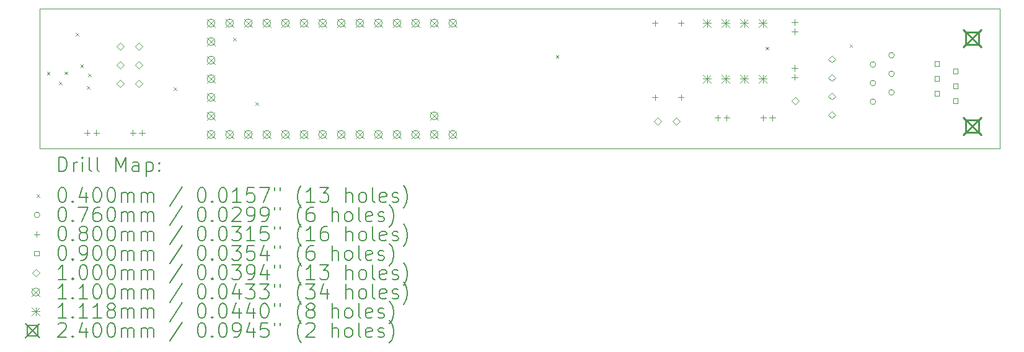
<source format=gbr>
%TF.GenerationSoftware,KiCad,Pcbnew,7.0.10*%
%TF.CreationDate,2024-02-21T13:57:14+01:00*%
%TF.ProjectId,DNMS,444e4d53-2e6b-4696-9361-645f70636258,V1.6*%
%TF.SameCoordinates,Original*%
%TF.FileFunction,Drillmap*%
%TF.FilePolarity,Positive*%
%FSLAX45Y45*%
G04 Gerber Fmt 4.5, Leading zero omitted, Abs format (unit mm)*
G04 Created by KiCad (PCBNEW 7.0.10) date 2024-02-21 13:57:14*
%MOMM*%
%LPD*%
G01*
G04 APERTURE LIST*
%ADD10C,0.050000*%
%ADD11C,0.200000*%
%ADD12C,0.100000*%
%ADD13C,0.110000*%
%ADD14C,0.111760*%
%ADD15C,0.240000*%
G04 APERTURE END LIST*
D10*
X5585840Y-7479980D02*
X18696180Y-7479980D01*
X5585840Y-9400000D02*
X18696180Y-9400000D01*
X18696180Y-7479980D02*
X18696180Y-9400000D01*
X5585840Y-7479980D02*
X5585840Y-9400000D01*
D11*
D12*
X5680118Y-8348942D02*
X5720118Y-8388942D01*
X5720118Y-8348942D02*
X5680118Y-8388942D01*
X5843336Y-8483920D02*
X5883336Y-8523920D01*
X5883336Y-8483920D02*
X5843336Y-8523920D01*
X5920514Y-8344766D02*
X5960514Y-8384766D01*
X5960514Y-8344766D02*
X5920514Y-8384766D01*
X6073714Y-7816154D02*
X6113714Y-7856154D01*
X6113714Y-7816154D02*
X6073714Y-7856154D01*
X6137354Y-8244766D02*
X6177354Y-8284766D01*
X6177354Y-8244766D02*
X6137354Y-8284766D01*
X6228514Y-8544766D02*
X6268514Y-8584766D01*
X6268514Y-8544766D02*
X6228514Y-8584766D01*
X6244148Y-8371398D02*
X6284148Y-8411398D01*
X6284148Y-8371398D02*
X6244148Y-8411398D01*
X7409500Y-8557580D02*
X7449500Y-8597580D01*
X7449500Y-8557580D02*
X7409500Y-8597580D01*
X8224840Y-7881940D02*
X8264840Y-7921940D01*
X8264840Y-7881940D02*
X8224840Y-7921940D01*
X8532180Y-8765860D02*
X8572180Y-8805860D01*
X8572180Y-8765860D02*
X8532180Y-8805860D01*
X12631740Y-8120700D02*
X12671740Y-8160700D01*
X12671740Y-8120700D02*
X12631740Y-8160700D01*
X15496860Y-8006400D02*
X15536860Y-8046400D01*
X15536860Y-8006400D02*
X15496860Y-8046400D01*
X16645156Y-7971856D02*
X16685156Y-8011856D01*
X16685156Y-7971856D02*
X16645156Y-8011856D01*
X17001644Y-8248856D02*
G75*
G03*
X16925644Y-8248856I-38000J0D01*
G01*
X16925644Y-8248856D02*
G75*
G03*
X17001644Y-8248856I38000J0D01*
G01*
X17001644Y-8502856D02*
G75*
G03*
X16925644Y-8502856I-38000J0D01*
G01*
X16925644Y-8502856D02*
G75*
G03*
X17001644Y-8502856I38000J0D01*
G01*
X17001644Y-8756856D02*
G75*
G03*
X16925644Y-8756856I-38000J0D01*
G01*
X16925644Y-8756856D02*
G75*
G03*
X17001644Y-8756856I38000J0D01*
G01*
X17255644Y-8121856D02*
G75*
G03*
X17179644Y-8121856I-38000J0D01*
G01*
X17179644Y-8121856D02*
G75*
G03*
X17255644Y-8121856I38000J0D01*
G01*
X17255644Y-8375856D02*
G75*
G03*
X17179644Y-8375856I-38000J0D01*
G01*
X17179644Y-8375856D02*
G75*
G03*
X17255644Y-8375856I38000J0D01*
G01*
X17255644Y-8629856D02*
G75*
G03*
X17179644Y-8629856I-38000J0D01*
G01*
X17179644Y-8629856D02*
G75*
G03*
X17255644Y-8629856I38000J0D01*
G01*
X6229920Y-9142740D02*
X6229920Y-9222740D01*
X6189920Y-9182740D02*
X6269920Y-9182740D01*
X6354920Y-9142740D02*
X6354920Y-9222740D01*
X6314920Y-9182740D02*
X6394920Y-9182740D01*
X6854920Y-9142740D02*
X6854920Y-9222740D01*
X6814920Y-9182740D02*
X6894920Y-9182740D01*
X6979920Y-9142740D02*
X6979920Y-9222740D01*
X6939920Y-9182740D02*
X7019920Y-9182740D01*
X13985400Y-7640800D02*
X13985400Y-7720800D01*
X13945400Y-7680800D02*
X14025400Y-7680800D01*
X13985400Y-8656800D02*
X13985400Y-8736800D01*
X13945400Y-8696800D02*
X14025400Y-8696800D01*
X14341000Y-7640800D02*
X14341000Y-7720800D01*
X14301000Y-7680800D02*
X14381000Y-7680800D01*
X14341000Y-8656800D02*
X14341000Y-8736800D01*
X14301000Y-8696800D02*
X14381000Y-8696800D01*
X14841220Y-8937020D02*
X14841220Y-9017020D01*
X14801220Y-8977020D02*
X14881220Y-8977020D01*
X14966220Y-8937020D02*
X14966220Y-9017020D01*
X14926220Y-8977020D02*
X15006220Y-8977020D01*
X15466220Y-8937020D02*
X15466220Y-9017020D01*
X15426220Y-8977020D02*
X15506220Y-8977020D01*
X15591220Y-8937020D02*
X15591220Y-9017020D01*
X15551220Y-8977020D02*
X15631220Y-8977020D01*
X15892780Y-7631040D02*
X15892780Y-7711040D01*
X15852780Y-7671040D02*
X15932780Y-7671040D01*
X15892780Y-7756040D02*
X15892780Y-7836040D01*
X15852780Y-7796040D02*
X15932780Y-7796040D01*
X15892780Y-8256040D02*
X15892780Y-8336040D01*
X15852780Y-8296040D02*
X15932780Y-8296040D01*
X15892780Y-8381040D02*
X15892780Y-8461040D01*
X15852780Y-8421040D02*
X15932780Y-8421040D01*
X17868068Y-8268040D02*
X17868068Y-8204400D01*
X17804428Y-8204400D01*
X17804428Y-8268040D01*
X17868068Y-8268040D01*
X17868068Y-8472040D02*
X17868068Y-8408400D01*
X17804428Y-8408400D01*
X17804428Y-8472040D01*
X17868068Y-8472040D01*
X17868068Y-8676040D02*
X17868068Y-8612400D01*
X17804428Y-8612400D01*
X17804428Y-8676040D01*
X17868068Y-8676040D01*
X18122068Y-8370040D02*
X18122068Y-8306400D01*
X18058428Y-8306400D01*
X18058428Y-8370040D01*
X18122068Y-8370040D01*
X18122068Y-8574040D02*
X18122068Y-8510400D01*
X18058428Y-8510400D01*
X18058428Y-8574040D01*
X18122068Y-8574040D01*
X18122068Y-8778040D02*
X18122068Y-8714400D01*
X18058428Y-8714400D01*
X18058428Y-8778040D01*
X18122068Y-8778040D01*
X6680200Y-8051000D02*
X6730200Y-8001000D01*
X6680200Y-7951000D01*
X6630200Y-8001000D01*
X6680200Y-8051000D01*
X6680200Y-8305000D02*
X6730200Y-8255000D01*
X6680200Y-8205000D01*
X6630200Y-8255000D01*
X6680200Y-8305000D01*
X6680200Y-8559000D02*
X6730200Y-8509000D01*
X6680200Y-8459000D01*
X6630200Y-8509000D01*
X6680200Y-8559000D01*
X6934200Y-8051000D02*
X6984200Y-8001000D01*
X6934200Y-7951000D01*
X6884200Y-8001000D01*
X6934200Y-8051000D01*
X6934200Y-8305000D02*
X6984200Y-8255000D01*
X6934200Y-8205000D01*
X6884200Y-8255000D01*
X6934200Y-8305000D01*
X6934200Y-8559000D02*
X6984200Y-8509000D01*
X6934200Y-8459000D01*
X6884200Y-8509000D01*
X6934200Y-8559000D01*
X14023340Y-9074480D02*
X14073340Y-9024480D01*
X14023340Y-8974480D01*
X13973340Y-9024480D01*
X14023340Y-9074480D01*
X14277340Y-9074480D02*
X14327340Y-9024480D01*
X14277340Y-8974480D01*
X14227340Y-9024480D01*
X14277340Y-9074480D01*
X15902940Y-8797760D02*
X15952940Y-8747760D01*
X15902940Y-8697760D01*
X15852940Y-8747760D01*
X15902940Y-8797760D01*
X16401440Y-8224380D02*
X16451440Y-8174380D01*
X16401440Y-8124380D01*
X16351440Y-8174380D01*
X16401440Y-8224380D01*
X16401440Y-8478380D02*
X16451440Y-8428380D01*
X16401440Y-8378380D01*
X16351440Y-8428380D01*
X16401440Y-8478380D01*
X16401440Y-8732380D02*
X16451440Y-8682380D01*
X16401440Y-8632380D01*
X16351440Y-8682380D01*
X16401440Y-8732380D01*
X16401440Y-8986380D02*
X16451440Y-8936380D01*
X16401440Y-8886380D01*
X16351440Y-8936380D01*
X16401440Y-8986380D01*
D13*
X7867260Y-7625960D02*
X7977260Y-7735960D01*
X7977260Y-7625960D02*
X7867260Y-7735960D01*
X7977260Y-7680960D02*
G75*
G03*
X7867260Y-7680960I-55000J0D01*
G01*
X7867260Y-7680960D02*
G75*
G03*
X7977260Y-7680960I55000J0D01*
G01*
X7867260Y-7879960D02*
X7977260Y-7989960D01*
X7977260Y-7879960D02*
X7867260Y-7989960D01*
X7977260Y-7934960D02*
G75*
G03*
X7867260Y-7934960I-55000J0D01*
G01*
X7867260Y-7934960D02*
G75*
G03*
X7977260Y-7934960I55000J0D01*
G01*
X7867260Y-8133960D02*
X7977260Y-8243960D01*
X7977260Y-8133960D02*
X7867260Y-8243960D01*
X7977260Y-8188960D02*
G75*
G03*
X7867260Y-8188960I-55000J0D01*
G01*
X7867260Y-8188960D02*
G75*
G03*
X7977260Y-8188960I55000J0D01*
G01*
X7867260Y-8387960D02*
X7977260Y-8497960D01*
X7977260Y-8387960D02*
X7867260Y-8497960D01*
X7977260Y-8442960D02*
G75*
G03*
X7867260Y-8442960I-55000J0D01*
G01*
X7867260Y-8442960D02*
G75*
G03*
X7977260Y-8442960I55000J0D01*
G01*
X7867260Y-8641960D02*
X7977260Y-8751960D01*
X7977260Y-8641960D02*
X7867260Y-8751960D01*
X7977260Y-8696960D02*
G75*
G03*
X7867260Y-8696960I-55000J0D01*
G01*
X7867260Y-8696960D02*
G75*
G03*
X7977260Y-8696960I55000J0D01*
G01*
X7867260Y-8895960D02*
X7977260Y-9005960D01*
X7977260Y-8895960D02*
X7867260Y-9005960D01*
X7977260Y-8950960D02*
G75*
G03*
X7867260Y-8950960I-55000J0D01*
G01*
X7867260Y-8950960D02*
G75*
G03*
X7977260Y-8950960I55000J0D01*
G01*
X7867260Y-9149960D02*
X7977260Y-9259960D01*
X7977260Y-9149960D02*
X7867260Y-9259960D01*
X7977260Y-9204960D02*
G75*
G03*
X7867260Y-9204960I-55000J0D01*
G01*
X7867260Y-9204960D02*
G75*
G03*
X7977260Y-9204960I55000J0D01*
G01*
X8121260Y-7625960D02*
X8231260Y-7735960D01*
X8231260Y-7625960D02*
X8121260Y-7735960D01*
X8231260Y-7680960D02*
G75*
G03*
X8121260Y-7680960I-55000J0D01*
G01*
X8121260Y-7680960D02*
G75*
G03*
X8231260Y-7680960I55000J0D01*
G01*
X8121260Y-9149960D02*
X8231260Y-9259960D01*
X8231260Y-9149960D02*
X8121260Y-9259960D01*
X8231260Y-9204960D02*
G75*
G03*
X8121260Y-9204960I-55000J0D01*
G01*
X8121260Y-9204960D02*
G75*
G03*
X8231260Y-9204960I55000J0D01*
G01*
X8375260Y-7625960D02*
X8485260Y-7735960D01*
X8485260Y-7625960D02*
X8375260Y-7735960D01*
X8485260Y-7680960D02*
G75*
G03*
X8375260Y-7680960I-55000J0D01*
G01*
X8375260Y-7680960D02*
G75*
G03*
X8485260Y-7680960I55000J0D01*
G01*
X8375260Y-9149960D02*
X8485260Y-9259960D01*
X8485260Y-9149960D02*
X8375260Y-9259960D01*
X8485260Y-9204960D02*
G75*
G03*
X8375260Y-9204960I-55000J0D01*
G01*
X8375260Y-9204960D02*
G75*
G03*
X8485260Y-9204960I55000J0D01*
G01*
X8629260Y-7625960D02*
X8739260Y-7735960D01*
X8739260Y-7625960D02*
X8629260Y-7735960D01*
X8739260Y-7680960D02*
G75*
G03*
X8629260Y-7680960I-55000J0D01*
G01*
X8629260Y-7680960D02*
G75*
G03*
X8739260Y-7680960I55000J0D01*
G01*
X8629260Y-9149960D02*
X8739260Y-9259960D01*
X8739260Y-9149960D02*
X8629260Y-9259960D01*
X8739260Y-9204960D02*
G75*
G03*
X8629260Y-9204960I-55000J0D01*
G01*
X8629260Y-9204960D02*
G75*
G03*
X8739260Y-9204960I55000J0D01*
G01*
X8883260Y-7625960D02*
X8993260Y-7735960D01*
X8993260Y-7625960D02*
X8883260Y-7735960D01*
X8993260Y-7680960D02*
G75*
G03*
X8883260Y-7680960I-55000J0D01*
G01*
X8883260Y-7680960D02*
G75*
G03*
X8993260Y-7680960I55000J0D01*
G01*
X8883260Y-9149960D02*
X8993260Y-9259960D01*
X8993260Y-9149960D02*
X8883260Y-9259960D01*
X8993260Y-9204960D02*
G75*
G03*
X8883260Y-9204960I-55000J0D01*
G01*
X8883260Y-9204960D02*
G75*
G03*
X8993260Y-9204960I55000J0D01*
G01*
X9137260Y-7625960D02*
X9247260Y-7735960D01*
X9247260Y-7625960D02*
X9137260Y-7735960D01*
X9247260Y-7680960D02*
G75*
G03*
X9137260Y-7680960I-55000J0D01*
G01*
X9137260Y-7680960D02*
G75*
G03*
X9247260Y-7680960I55000J0D01*
G01*
X9137260Y-9149960D02*
X9247260Y-9259960D01*
X9247260Y-9149960D02*
X9137260Y-9259960D01*
X9247260Y-9204960D02*
G75*
G03*
X9137260Y-9204960I-55000J0D01*
G01*
X9137260Y-9204960D02*
G75*
G03*
X9247260Y-9204960I55000J0D01*
G01*
X9391260Y-7625960D02*
X9501260Y-7735960D01*
X9501260Y-7625960D02*
X9391260Y-7735960D01*
X9501260Y-7680960D02*
G75*
G03*
X9391260Y-7680960I-55000J0D01*
G01*
X9391260Y-7680960D02*
G75*
G03*
X9501260Y-7680960I55000J0D01*
G01*
X9391260Y-9149960D02*
X9501260Y-9259960D01*
X9501260Y-9149960D02*
X9391260Y-9259960D01*
X9501260Y-9204960D02*
G75*
G03*
X9391260Y-9204960I-55000J0D01*
G01*
X9391260Y-9204960D02*
G75*
G03*
X9501260Y-9204960I55000J0D01*
G01*
X9645260Y-7625960D02*
X9755260Y-7735960D01*
X9755260Y-7625960D02*
X9645260Y-7735960D01*
X9755260Y-7680960D02*
G75*
G03*
X9645260Y-7680960I-55000J0D01*
G01*
X9645260Y-7680960D02*
G75*
G03*
X9755260Y-7680960I55000J0D01*
G01*
X9645260Y-9149960D02*
X9755260Y-9259960D01*
X9755260Y-9149960D02*
X9645260Y-9259960D01*
X9755260Y-9204960D02*
G75*
G03*
X9645260Y-9204960I-55000J0D01*
G01*
X9645260Y-9204960D02*
G75*
G03*
X9755260Y-9204960I55000J0D01*
G01*
X9899260Y-7625960D02*
X10009260Y-7735960D01*
X10009260Y-7625960D02*
X9899260Y-7735960D01*
X10009260Y-7680960D02*
G75*
G03*
X9899260Y-7680960I-55000J0D01*
G01*
X9899260Y-7680960D02*
G75*
G03*
X10009260Y-7680960I55000J0D01*
G01*
X9899260Y-9149960D02*
X10009260Y-9259960D01*
X10009260Y-9149960D02*
X9899260Y-9259960D01*
X10009260Y-9204960D02*
G75*
G03*
X9899260Y-9204960I-55000J0D01*
G01*
X9899260Y-9204960D02*
G75*
G03*
X10009260Y-9204960I55000J0D01*
G01*
X10153260Y-7625960D02*
X10263260Y-7735960D01*
X10263260Y-7625960D02*
X10153260Y-7735960D01*
X10263260Y-7680960D02*
G75*
G03*
X10153260Y-7680960I-55000J0D01*
G01*
X10153260Y-7680960D02*
G75*
G03*
X10263260Y-7680960I55000J0D01*
G01*
X10153260Y-9149960D02*
X10263260Y-9259960D01*
X10263260Y-9149960D02*
X10153260Y-9259960D01*
X10263260Y-9204960D02*
G75*
G03*
X10153260Y-9204960I-55000J0D01*
G01*
X10153260Y-9204960D02*
G75*
G03*
X10263260Y-9204960I55000J0D01*
G01*
X10407260Y-7625960D02*
X10517260Y-7735960D01*
X10517260Y-7625960D02*
X10407260Y-7735960D01*
X10517260Y-7680960D02*
G75*
G03*
X10407260Y-7680960I-55000J0D01*
G01*
X10407260Y-7680960D02*
G75*
G03*
X10517260Y-7680960I55000J0D01*
G01*
X10407260Y-9149960D02*
X10517260Y-9259960D01*
X10517260Y-9149960D02*
X10407260Y-9259960D01*
X10517260Y-9204960D02*
G75*
G03*
X10407260Y-9204960I-55000J0D01*
G01*
X10407260Y-9204960D02*
G75*
G03*
X10517260Y-9204960I55000J0D01*
G01*
X10661260Y-7625960D02*
X10771260Y-7735960D01*
X10771260Y-7625960D02*
X10661260Y-7735960D01*
X10771260Y-7680960D02*
G75*
G03*
X10661260Y-7680960I-55000J0D01*
G01*
X10661260Y-7680960D02*
G75*
G03*
X10771260Y-7680960I55000J0D01*
G01*
X10661260Y-9149960D02*
X10771260Y-9259960D01*
X10771260Y-9149960D02*
X10661260Y-9259960D01*
X10771260Y-9204960D02*
G75*
G03*
X10661260Y-9204960I-55000J0D01*
G01*
X10661260Y-9204960D02*
G75*
G03*
X10771260Y-9204960I55000J0D01*
G01*
X10915260Y-7625960D02*
X11025260Y-7735960D01*
X11025260Y-7625960D02*
X10915260Y-7735960D01*
X11025260Y-7680960D02*
G75*
G03*
X10915260Y-7680960I-55000J0D01*
G01*
X10915260Y-7680960D02*
G75*
G03*
X11025260Y-7680960I55000J0D01*
G01*
X10915260Y-8895960D02*
X11025260Y-9005960D01*
X11025260Y-8895960D02*
X10915260Y-9005960D01*
X11025260Y-8950960D02*
G75*
G03*
X10915260Y-8950960I-55000J0D01*
G01*
X10915260Y-8950960D02*
G75*
G03*
X11025260Y-8950960I55000J0D01*
G01*
X10915260Y-9149960D02*
X11025260Y-9259960D01*
X11025260Y-9149960D02*
X10915260Y-9259960D01*
X11025260Y-9204960D02*
G75*
G03*
X10915260Y-9204960I-55000J0D01*
G01*
X10915260Y-9204960D02*
G75*
G03*
X11025260Y-9204960I55000J0D01*
G01*
X11169260Y-7625960D02*
X11279260Y-7735960D01*
X11279260Y-7625960D02*
X11169260Y-7735960D01*
X11279260Y-7680960D02*
G75*
G03*
X11169260Y-7680960I-55000J0D01*
G01*
X11169260Y-7680960D02*
G75*
G03*
X11279260Y-7680960I55000J0D01*
G01*
X11169260Y-9149960D02*
X11279260Y-9259960D01*
X11279260Y-9149960D02*
X11169260Y-9259960D01*
X11279260Y-9204960D02*
G75*
G03*
X11169260Y-9204960I-55000J0D01*
G01*
X11169260Y-9204960D02*
G75*
G03*
X11279260Y-9204960I55000J0D01*
G01*
D14*
X14640720Y-7624920D02*
X14752480Y-7736680D01*
X14752480Y-7624920D02*
X14640720Y-7736680D01*
X14696600Y-7624920D02*
X14696600Y-7736680D01*
X14640720Y-7680800D02*
X14752480Y-7680800D01*
X14640720Y-8386920D02*
X14752480Y-8498680D01*
X14752480Y-8386920D02*
X14640720Y-8498680D01*
X14696600Y-8386920D02*
X14696600Y-8498680D01*
X14640720Y-8442800D02*
X14752480Y-8442800D01*
X14894720Y-7624920D02*
X15006480Y-7736680D01*
X15006480Y-7624920D02*
X14894720Y-7736680D01*
X14950600Y-7624920D02*
X14950600Y-7736680D01*
X14894720Y-7680800D02*
X15006480Y-7680800D01*
X14894720Y-8386920D02*
X15006480Y-8498680D01*
X15006480Y-8386920D02*
X14894720Y-8498680D01*
X14950600Y-8386920D02*
X14950600Y-8498680D01*
X14894720Y-8442800D02*
X15006480Y-8442800D01*
X15148720Y-7624920D02*
X15260480Y-7736680D01*
X15260480Y-7624920D02*
X15148720Y-7736680D01*
X15204600Y-7624920D02*
X15204600Y-7736680D01*
X15148720Y-7680800D02*
X15260480Y-7680800D01*
X15148720Y-8386920D02*
X15260480Y-8498680D01*
X15260480Y-8386920D02*
X15148720Y-8498680D01*
X15204600Y-8386920D02*
X15204600Y-8498680D01*
X15148720Y-8442800D02*
X15260480Y-8442800D01*
X15402720Y-7624920D02*
X15514480Y-7736680D01*
X15514480Y-7624920D02*
X15402720Y-7736680D01*
X15458600Y-7624920D02*
X15458600Y-7736680D01*
X15402720Y-7680800D02*
X15514480Y-7680800D01*
X15402720Y-8386920D02*
X15514480Y-8498680D01*
X15514480Y-8386920D02*
X15402720Y-8498680D01*
X15458600Y-8386920D02*
X15458600Y-8498680D01*
X15402720Y-8442800D02*
X15514480Y-8442800D01*
D15*
X18200248Y-7771220D02*
X18440248Y-8011220D01*
X18440248Y-7771220D02*
X18200248Y-8011220D01*
X18405102Y-7976074D02*
X18405102Y-7806366D01*
X18235394Y-7806366D01*
X18235394Y-7976074D01*
X18405102Y-7976074D01*
X18200248Y-8971220D02*
X18440248Y-9211220D01*
X18440248Y-8971220D02*
X18200248Y-9211220D01*
X18405102Y-9176074D02*
X18405102Y-9006366D01*
X18235394Y-9006366D01*
X18235394Y-9176074D01*
X18405102Y-9176074D01*
D11*
X5844117Y-9713984D02*
X5844117Y-9513984D01*
X5844117Y-9513984D02*
X5891736Y-9513984D01*
X5891736Y-9513984D02*
X5920307Y-9523508D01*
X5920307Y-9523508D02*
X5939355Y-9542555D01*
X5939355Y-9542555D02*
X5948879Y-9561603D01*
X5948879Y-9561603D02*
X5958402Y-9599698D01*
X5958402Y-9599698D02*
X5958402Y-9628270D01*
X5958402Y-9628270D02*
X5948879Y-9666365D01*
X5948879Y-9666365D02*
X5939355Y-9685412D01*
X5939355Y-9685412D02*
X5920307Y-9704460D01*
X5920307Y-9704460D02*
X5891736Y-9713984D01*
X5891736Y-9713984D02*
X5844117Y-9713984D01*
X6044117Y-9713984D02*
X6044117Y-9580650D01*
X6044117Y-9618746D02*
X6053641Y-9599698D01*
X6053641Y-9599698D02*
X6063164Y-9590174D01*
X6063164Y-9590174D02*
X6082212Y-9580650D01*
X6082212Y-9580650D02*
X6101260Y-9580650D01*
X6167926Y-9713984D02*
X6167926Y-9580650D01*
X6167926Y-9513984D02*
X6158402Y-9523508D01*
X6158402Y-9523508D02*
X6167926Y-9533031D01*
X6167926Y-9533031D02*
X6177450Y-9523508D01*
X6177450Y-9523508D02*
X6167926Y-9513984D01*
X6167926Y-9513984D02*
X6167926Y-9533031D01*
X6291736Y-9713984D02*
X6272688Y-9704460D01*
X6272688Y-9704460D02*
X6263164Y-9685412D01*
X6263164Y-9685412D02*
X6263164Y-9513984D01*
X6396498Y-9713984D02*
X6377450Y-9704460D01*
X6377450Y-9704460D02*
X6367926Y-9685412D01*
X6367926Y-9685412D02*
X6367926Y-9513984D01*
X6625069Y-9713984D02*
X6625069Y-9513984D01*
X6625069Y-9513984D02*
X6691736Y-9656841D01*
X6691736Y-9656841D02*
X6758402Y-9513984D01*
X6758402Y-9513984D02*
X6758402Y-9713984D01*
X6939355Y-9713984D02*
X6939355Y-9609222D01*
X6939355Y-9609222D02*
X6929831Y-9590174D01*
X6929831Y-9590174D02*
X6910783Y-9580650D01*
X6910783Y-9580650D02*
X6872688Y-9580650D01*
X6872688Y-9580650D02*
X6853641Y-9590174D01*
X6939355Y-9704460D02*
X6920307Y-9713984D01*
X6920307Y-9713984D02*
X6872688Y-9713984D01*
X6872688Y-9713984D02*
X6853641Y-9704460D01*
X6853641Y-9704460D02*
X6844117Y-9685412D01*
X6844117Y-9685412D02*
X6844117Y-9666365D01*
X6844117Y-9666365D02*
X6853641Y-9647317D01*
X6853641Y-9647317D02*
X6872688Y-9637793D01*
X6872688Y-9637793D02*
X6920307Y-9637793D01*
X6920307Y-9637793D02*
X6939355Y-9628270D01*
X7034593Y-9580650D02*
X7034593Y-9780650D01*
X7034593Y-9590174D02*
X7053641Y-9580650D01*
X7053641Y-9580650D02*
X7091736Y-9580650D01*
X7091736Y-9580650D02*
X7110783Y-9590174D01*
X7110783Y-9590174D02*
X7120307Y-9599698D01*
X7120307Y-9599698D02*
X7129831Y-9618746D01*
X7129831Y-9618746D02*
X7129831Y-9675889D01*
X7129831Y-9675889D02*
X7120307Y-9694936D01*
X7120307Y-9694936D02*
X7110783Y-9704460D01*
X7110783Y-9704460D02*
X7091736Y-9713984D01*
X7091736Y-9713984D02*
X7053641Y-9713984D01*
X7053641Y-9713984D02*
X7034593Y-9704460D01*
X7215545Y-9694936D02*
X7225069Y-9704460D01*
X7225069Y-9704460D02*
X7215545Y-9713984D01*
X7215545Y-9713984D02*
X7206022Y-9704460D01*
X7206022Y-9704460D02*
X7215545Y-9694936D01*
X7215545Y-9694936D02*
X7215545Y-9713984D01*
X7215545Y-9590174D02*
X7225069Y-9599698D01*
X7225069Y-9599698D02*
X7215545Y-9609222D01*
X7215545Y-9609222D02*
X7206022Y-9599698D01*
X7206022Y-9599698D02*
X7215545Y-9590174D01*
X7215545Y-9590174D02*
X7215545Y-9609222D01*
D12*
X5543340Y-10022500D02*
X5583340Y-10062500D01*
X5583340Y-10022500D02*
X5543340Y-10062500D01*
D11*
X5882212Y-9933984D02*
X5901260Y-9933984D01*
X5901260Y-9933984D02*
X5920307Y-9943508D01*
X5920307Y-9943508D02*
X5929831Y-9953031D01*
X5929831Y-9953031D02*
X5939355Y-9972079D01*
X5939355Y-9972079D02*
X5948879Y-10010174D01*
X5948879Y-10010174D02*
X5948879Y-10057793D01*
X5948879Y-10057793D02*
X5939355Y-10095889D01*
X5939355Y-10095889D02*
X5929831Y-10114936D01*
X5929831Y-10114936D02*
X5920307Y-10124460D01*
X5920307Y-10124460D02*
X5901260Y-10133984D01*
X5901260Y-10133984D02*
X5882212Y-10133984D01*
X5882212Y-10133984D02*
X5863164Y-10124460D01*
X5863164Y-10124460D02*
X5853641Y-10114936D01*
X5853641Y-10114936D02*
X5844117Y-10095889D01*
X5844117Y-10095889D02*
X5834593Y-10057793D01*
X5834593Y-10057793D02*
X5834593Y-10010174D01*
X5834593Y-10010174D02*
X5844117Y-9972079D01*
X5844117Y-9972079D02*
X5853641Y-9953031D01*
X5853641Y-9953031D02*
X5863164Y-9943508D01*
X5863164Y-9943508D02*
X5882212Y-9933984D01*
X6034593Y-10114936D02*
X6044117Y-10124460D01*
X6044117Y-10124460D02*
X6034593Y-10133984D01*
X6034593Y-10133984D02*
X6025069Y-10124460D01*
X6025069Y-10124460D02*
X6034593Y-10114936D01*
X6034593Y-10114936D02*
X6034593Y-10133984D01*
X6215545Y-10000650D02*
X6215545Y-10133984D01*
X6167926Y-9924460D02*
X6120307Y-10067317D01*
X6120307Y-10067317D02*
X6244117Y-10067317D01*
X6358402Y-9933984D02*
X6377450Y-9933984D01*
X6377450Y-9933984D02*
X6396498Y-9943508D01*
X6396498Y-9943508D02*
X6406022Y-9953031D01*
X6406022Y-9953031D02*
X6415545Y-9972079D01*
X6415545Y-9972079D02*
X6425069Y-10010174D01*
X6425069Y-10010174D02*
X6425069Y-10057793D01*
X6425069Y-10057793D02*
X6415545Y-10095889D01*
X6415545Y-10095889D02*
X6406022Y-10114936D01*
X6406022Y-10114936D02*
X6396498Y-10124460D01*
X6396498Y-10124460D02*
X6377450Y-10133984D01*
X6377450Y-10133984D02*
X6358402Y-10133984D01*
X6358402Y-10133984D02*
X6339355Y-10124460D01*
X6339355Y-10124460D02*
X6329831Y-10114936D01*
X6329831Y-10114936D02*
X6320307Y-10095889D01*
X6320307Y-10095889D02*
X6310783Y-10057793D01*
X6310783Y-10057793D02*
X6310783Y-10010174D01*
X6310783Y-10010174D02*
X6320307Y-9972079D01*
X6320307Y-9972079D02*
X6329831Y-9953031D01*
X6329831Y-9953031D02*
X6339355Y-9943508D01*
X6339355Y-9943508D02*
X6358402Y-9933984D01*
X6548879Y-9933984D02*
X6567926Y-9933984D01*
X6567926Y-9933984D02*
X6586974Y-9943508D01*
X6586974Y-9943508D02*
X6596498Y-9953031D01*
X6596498Y-9953031D02*
X6606022Y-9972079D01*
X6606022Y-9972079D02*
X6615545Y-10010174D01*
X6615545Y-10010174D02*
X6615545Y-10057793D01*
X6615545Y-10057793D02*
X6606022Y-10095889D01*
X6606022Y-10095889D02*
X6596498Y-10114936D01*
X6596498Y-10114936D02*
X6586974Y-10124460D01*
X6586974Y-10124460D02*
X6567926Y-10133984D01*
X6567926Y-10133984D02*
X6548879Y-10133984D01*
X6548879Y-10133984D02*
X6529831Y-10124460D01*
X6529831Y-10124460D02*
X6520307Y-10114936D01*
X6520307Y-10114936D02*
X6510783Y-10095889D01*
X6510783Y-10095889D02*
X6501260Y-10057793D01*
X6501260Y-10057793D02*
X6501260Y-10010174D01*
X6501260Y-10010174D02*
X6510783Y-9972079D01*
X6510783Y-9972079D02*
X6520307Y-9953031D01*
X6520307Y-9953031D02*
X6529831Y-9943508D01*
X6529831Y-9943508D02*
X6548879Y-9933984D01*
X6701260Y-10133984D02*
X6701260Y-10000650D01*
X6701260Y-10019698D02*
X6710783Y-10010174D01*
X6710783Y-10010174D02*
X6729831Y-10000650D01*
X6729831Y-10000650D02*
X6758403Y-10000650D01*
X6758403Y-10000650D02*
X6777450Y-10010174D01*
X6777450Y-10010174D02*
X6786974Y-10029222D01*
X6786974Y-10029222D02*
X6786974Y-10133984D01*
X6786974Y-10029222D02*
X6796498Y-10010174D01*
X6796498Y-10010174D02*
X6815545Y-10000650D01*
X6815545Y-10000650D02*
X6844117Y-10000650D01*
X6844117Y-10000650D02*
X6863164Y-10010174D01*
X6863164Y-10010174D02*
X6872688Y-10029222D01*
X6872688Y-10029222D02*
X6872688Y-10133984D01*
X6967926Y-10133984D02*
X6967926Y-10000650D01*
X6967926Y-10019698D02*
X6977450Y-10010174D01*
X6977450Y-10010174D02*
X6996498Y-10000650D01*
X6996498Y-10000650D02*
X7025069Y-10000650D01*
X7025069Y-10000650D02*
X7044117Y-10010174D01*
X7044117Y-10010174D02*
X7053641Y-10029222D01*
X7053641Y-10029222D02*
X7053641Y-10133984D01*
X7053641Y-10029222D02*
X7063164Y-10010174D01*
X7063164Y-10010174D02*
X7082212Y-10000650D01*
X7082212Y-10000650D02*
X7110783Y-10000650D01*
X7110783Y-10000650D02*
X7129831Y-10010174D01*
X7129831Y-10010174D02*
X7139355Y-10029222D01*
X7139355Y-10029222D02*
X7139355Y-10133984D01*
X7529831Y-9924460D02*
X7358403Y-10181603D01*
X7786974Y-9933984D02*
X7806022Y-9933984D01*
X7806022Y-9933984D02*
X7825069Y-9943508D01*
X7825069Y-9943508D02*
X7834593Y-9953031D01*
X7834593Y-9953031D02*
X7844117Y-9972079D01*
X7844117Y-9972079D02*
X7853641Y-10010174D01*
X7853641Y-10010174D02*
X7853641Y-10057793D01*
X7853641Y-10057793D02*
X7844117Y-10095889D01*
X7844117Y-10095889D02*
X7834593Y-10114936D01*
X7834593Y-10114936D02*
X7825069Y-10124460D01*
X7825069Y-10124460D02*
X7806022Y-10133984D01*
X7806022Y-10133984D02*
X7786974Y-10133984D01*
X7786974Y-10133984D02*
X7767926Y-10124460D01*
X7767926Y-10124460D02*
X7758403Y-10114936D01*
X7758403Y-10114936D02*
X7748879Y-10095889D01*
X7748879Y-10095889D02*
X7739355Y-10057793D01*
X7739355Y-10057793D02*
X7739355Y-10010174D01*
X7739355Y-10010174D02*
X7748879Y-9972079D01*
X7748879Y-9972079D02*
X7758403Y-9953031D01*
X7758403Y-9953031D02*
X7767926Y-9943508D01*
X7767926Y-9943508D02*
X7786974Y-9933984D01*
X7939355Y-10114936D02*
X7948879Y-10124460D01*
X7948879Y-10124460D02*
X7939355Y-10133984D01*
X7939355Y-10133984D02*
X7929831Y-10124460D01*
X7929831Y-10124460D02*
X7939355Y-10114936D01*
X7939355Y-10114936D02*
X7939355Y-10133984D01*
X8072688Y-9933984D02*
X8091736Y-9933984D01*
X8091736Y-9933984D02*
X8110784Y-9943508D01*
X8110784Y-9943508D02*
X8120307Y-9953031D01*
X8120307Y-9953031D02*
X8129831Y-9972079D01*
X8129831Y-9972079D02*
X8139355Y-10010174D01*
X8139355Y-10010174D02*
X8139355Y-10057793D01*
X8139355Y-10057793D02*
X8129831Y-10095889D01*
X8129831Y-10095889D02*
X8120307Y-10114936D01*
X8120307Y-10114936D02*
X8110784Y-10124460D01*
X8110784Y-10124460D02*
X8091736Y-10133984D01*
X8091736Y-10133984D02*
X8072688Y-10133984D01*
X8072688Y-10133984D02*
X8053641Y-10124460D01*
X8053641Y-10124460D02*
X8044117Y-10114936D01*
X8044117Y-10114936D02*
X8034593Y-10095889D01*
X8034593Y-10095889D02*
X8025069Y-10057793D01*
X8025069Y-10057793D02*
X8025069Y-10010174D01*
X8025069Y-10010174D02*
X8034593Y-9972079D01*
X8034593Y-9972079D02*
X8044117Y-9953031D01*
X8044117Y-9953031D02*
X8053641Y-9943508D01*
X8053641Y-9943508D02*
X8072688Y-9933984D01*
X8329831Y-10133984D02*
X8215546Y-10133984D01*
X8272688Y-10133984D02*
X8272688Y-9933984D01*
X8272688Y-9933984D02*
X8253641Y-9962555D01*
X8253641Y-9962555D02*
X8234593Y-9981603D01*
X8234593Y-9981603D02*
X8215546Y-9991127D01*
X8510784Y-9933984D02*
X8415546Y-9933984D01*
X8415546Y-9933984D02*
X8406022Y-10029222D01*
X8406022Y-10029222D02*
X8415546Y-10019698D01*
X8415546Y-10019698D02*
X8434593Y-10010174D01*
X8434593Y-10010174D02*
X8482212Y-10010174D01*
X8482212Y-10010174D02*
X8501260Y-10019698D01*
X8501260Y-10019698D02*
X8510784Y-10029222D01*
X8510784Y-10029222D02*
X8520308Y-10048270D01*
X8520308Y-10048270D02*
X8520308Y-10095889D01*
X8520308Y-10095889D02*
X8510784Y-10114936D01*
X8510784Y-10114936D02*
X8501260Y-10124460D01*
X8501260Y-10124460D02*
X8482212Y-10133984D01*
X8482212Y-10133984D02*
X8434593Y-10133984D01*
X8434593Y-10133984D02*
X8415546Y-10124460D01*
X8415546Y-10124460D02*
X8406022Y-10114936D01*
X8586974Y-9933984D02*
X8720308Y-9933984D01*
X8720308Y-9933984D02*
X8634593Y-10133984D01*
X8786974Y-9933984D02*
X8786974Y-9972079D01*
X8863165Y-9933984D02*
X8863165Y-9972079D01*
X9158403Y-10210174D02*
X9148879Y-10200650D01*
X9148879Y-10200650D02*
X9129831Y-10172079D01*
X9129831Y-10172079D02*
X9120308Y-10153031D01*
X9120308Y-10153031D02*
X9110784Y-10124460D01*
X9110784Y-10124460D02*
X9101260Y-10076841D01*
X9101260Y-10076841D02*
X9101260Y-10038746D01*
X9101260Y-10038746D02*
X9110784Y-9991127D01*
X9110784Y-9991127D02*
X9120308Y-9962555D01*
X9120308Y-9962555D02*
X9129831Y-9943508D01*
X9129831Y-9943508D02*
X9148879Y-9914936D01*
X9148879Y-9914936D02*
X9158403Y-9905412D01*
X9339355Y-10133984D02*
X9225070Y-10133984D01*
X9282212Y-10133984D02*
X9282212Y-9933984D01*
X9282212Y-9933984D02*
X9263165Y-9962555D01*
X9263165Y-9962555D02*
X9244117Y-9981603D01*
X9244117Y-9981603D02*
X9225070Y-9991127D01*
X9406022Y-9933984D02*
X9529831Y-9933984D01*
X9529831Y-9933984D02*
X9463165Y-10010174D01*
X9463165Y-10010174D02*
X9491736Y-10010174D01*
X9491736Y-10010174D02*
X9510784Y-10019698D01*
X9510784Y-10019698D02*
X9520308Y-10029222D01*
X9520308Y-10029222D02*
X9529831Y-10048270D01*
X9529831Y-10048270D02*
X9529831Y-10095889D01*
X9529831Y-10095889D02*
X9520308Y-10114936D01*
X9520308Y-10114936D02*
X9510784Y-10124460D01*
X9510784Y-10124460D02*
X9491736Y-10133984D01*
X9491736Y-10133984D02*
X9434593Y-10133984D01*
X9434593Y-10133984D02*
X9415546Y-10124460D01*
X9415546Y-10124460D02*
X9406022Y-10114936D01*
X9767927Y-10133984D02*
X9767927Y-9933984D01*
X9853641Y-10133984D02*
X9853641Y-10029222D01*
X9853641Y-10029222D02*
X9844117Y-10010174D01*
X9844117Y-10010174D02*
X9825070Y-10000650D01*
X9825070Y-10000650D02*
X9796498Y-10000650D01*
X9796498Y-10000650D02*
X9777451Y-10010174D01*
X9777451Y-10010174D02*
X9767927Y-10019698D01*
X9977451Y-10133984D02*
X9958403Y-10124460D01*
X9958403Y-10124460D02*
X9948879Y-10114936D01*
X9948879Y-10114936D02*
X9939355Y-10095889D01*
X9939355Y-10095889D02*
X9939355Y-10038746D01*
X9939355Y-10038746D02*
X9948879Y-10019698D01*
X9948879Y-10019698D02*
X9958403Y-10010174D01*
X9958403Y-10010174D02*
X9977451Y-10000650D01*
X9977451Y-10000650D02*
X10006022Y-10000650D01*
X10006022Y-10000650D02*
X10025070Y-10010174D01*
X10025070Y-10010174D02*
X10034593Y-10019698D01*
X10034593Y-10019698D02*
X10044117Y-10038746D01*
X10044117Y-10038746D02*
X10044117Y-10095889D01*
X10044117Y-10095889D02*
X10034593Y-10114936D01*
X10034593Y-10114936D02*
X10025070Y-10124460D01*
X10025070Y-10124460D02*
X10006022Y-10133984D01*
X10006022Y-10133984D02*
X9977451Y-10133984D01*
X10158403Y-10133984D02*
X10139355Y-10124460D01*
X10139355Y-10124460D02*
X10129832Y-10105412D01*
X10129832Y-10105412D02*
X10129832Y-9933984D01*
X10310784Y-10124460D02*
X10291736Y-10133984D01*
X10291736Y-10133984D02*
X10253641Y-10133984D01*
X10253641Y-10133984D02*
X10234593Y-10124460D01*
X10234593Y-10124460D02*
X10225070Y-10105412D01*
X10225070Y-10105412D02*
X10225070Y-10029222D01*
X10225070Y-10029222D02*
X10234593Y-10010174D01*
X10234593Y-10010174D02*
X10253641Y-10000650D01*
X10253641Y-10000650D02*
X10291736Y-10000650D01*
X10291736Y-10000650D02*
X10310784Y-10010174D01*
X10310784Y-10010174D02*
X10320308Y-10029222D01*
X10320308Y-10029222D02*
X10320308Y-10048270D01*
X10320308Y-10048270D02*
X10225070Y-10067317D01*
X10396498Y-10124460D02*
X10415546Y-10133984D01*
X10415546Y-10133984D02*
X10453641Y-10133984D01*
X10453641Y-10133984D02*
X10472689Y-10124460D01*
X10472689Y-10124460D02*
X10482213Y-10105412D01*
X10482213Y-10105412D02*
X10482213Y-10095889D01*
X10482213Y-10095889D02*
X10472689Y-10076841D01*
X10472689Y-10076841D02*
X10453641Y-10067317D01*
X10453641Y-10067317D02*
X10425070Y-10067317D01*
X10425070Y-10067317D02*
X10406022Y-10057793D01*
X10406022Y-10057793D02*
X10396498Y-10038746D01*
X10396498Y-10038746D02*
X10396498Y-10029222D01*
X10396498Y-10029222D02*
X10406022Y-10010174D01*
X10406022Y-10010174D02*
X10425070Y-10000650D01*
X10425070Y-10000650D02*
X10453641Y-10000650D01*
X10453641Y-10000650D02*
X10472689Y-10010174D01*
X10548879Y-10210174D02*
X10558403Y-10200650D01*
X10558403Y-10200650D02*
X10577451Y-10172079D01*
X10577451Y-10172079D02*
X10586974Y-10153031D01*
X10586974Y-10153031D02*
X10596498Y-10124460D01*
X10596498Y-10124460D02*
X10606022Y-10076841D01*
X10606022Y-10076841D02*
X10606022Y-10038746D01*
X10606022Y-10038746D02*
X10596498Y-9991127D01*
X10596498Y-9991127D02*
X10586974Y-9962555D01*
X10586974Y-9962555D02*
X10577451Y-9943508D01*
X10577451Y-9943508D02*
X10558403Y-9914936D01*
X10558403Y-9914936D02*
X10548879Y-9905412D01*
D12*
X5583340Y-10306500D02*
G75*
G03*
X5507340Y-10306500I-38000J0D01*
G01*
X5507340Y-10306500D02*
G75*
G03*
X5583340Y-10306500I38000J0D01*
G01*
D11*
X5882212Y-10197984D02*
X5901260Y-10197984D01*
X5901260Y-10197984D02*
X5920307Y-10207508D01*
X5920307Y-10207508D02*
X5929831Y-10217031D01*
X5929831Y-10217031D02*
X5939355Y-10236079D01*
X5939355Y-10236079D02*
X5948879Y-10274174D01*
X5948879Y-10274174D02*
X5948879Y-10321793D01*
X5948879Y-10321793D02*
X5939355Y-10359889D01*
X5939355Y-10359889D02*
X5929831Y-10378936D01*
X5929831Y-10378936D02*
X5920307Y-10388460D01*
X5920307Y-10388460D02*
X5901260Y-10397984D01*
X5901260Y-10397984D02*
X5882212Y-10397984D01*
X5882212Y-10397984D02*
X5863164Y-10388460D01*
X5863164Y-10388460D02*
X5853641Y-10378936D01*
X5853641Y-10378936D02*
X5844117Y-10359889D01*
X5844117Y-10359889D02*
X5834593Y-10321793D01*
X5834593Y-10321793D02*
X5834593Y-10274174D01*
X5834593Y-10274174D02*
X5844117Y-10236079D01*
X5844117Y-10236079D02*
X5853641Y-10217031D01*
X5853641Y-10217031D02*
X5863164Y-10207508D01*
X5863164Y-10207508D02*
X5882212Y-10197984D01*
X6034593Y-10378936D02*
X6044117Y-10388460D01*
X6044117Y-10388460D02*
X6034593Y-10397984D01*
X6034593Y-10397984D02*
X6025069Y-10388460D01*
X6025069Y-10388460D02*
X6034593Y-10378936D01*
X6034593Y-10378936D02*
X6034593Y-10397984D01*
X6110783Y-10197984D02*
X6244117Y-10197984D01*
X6244117Y-10197984D02*
X6158402Y-10397984D01*
X6406022Y-10197984D02*
X6367926Y-10197984D01*
X6367926Y-10197984D02*
X6348879Y-10207508D01*
X6348879Y-10207508D02*
X6339355Y-10217031D01*
X6339355Y-10217031D02*
X6320307Y-10245603D01*
X6320307Y-10245603D02*
X6310783Y-10283698D01*
X6310783Y-10283698D02*
X6310783Y-10359889D01*
X6310783Y-10359889D02*
X6320307Y-10378936D01*
X6320307Y-10378936D02*
X6329831Y-10388460D01*
X6329831Y-10388460D02*
X6348879Y-10397984D01*
X6348879Y-10397984D02*
X6386974Y-10397984D01*
X6386974Y-10397984D02*
X6406022Y-10388460D01*
X6406022Y-10388460D02*
X6415545Y-10378936D01*
X6415545Y-10378936D02*
X6425069Y-10359889D01*
X6425069Y-10359889D02*
X6425069Y-10312270D01*
X6425069Y-10312270D02*
X6415545Y-10293222D01*
X6415545Y-10293222D02*
X6406022Y-10283698D01*
X6406022Y-10283698D02*
X6386974Y-10274174D01*
X6386974Y-10274174D02*
X6348879Y-10274174D01*
X6348879Y-10274174D02*
X6329831Y-10283698D01*
X6329831Y-10283698D02*
X6320307Y-10293222D01*
X6320307Y-10293222D02*
X6310783Y-10312270D01*
X6548879Y-10197984D02*
X6567926Y-10197984D01*
X6567926Y-10197984D02*
X6586974Y-10207508D01*
X6586974Y-10207508D02*
X6596498Y-10217031D01*
X6596498Y-10217031D02*
X6606022Y-10236079D01*
X6606022Y-10236079D02*
X6615545Y-10274174D01*
X6615545Y-10274174D02*
X6615545Y-10321793D01*
X6615545Y-10321793D02*
X6606022Y-10359889D01*
X6606022Y-10359889D02*
X6596498Y-10378936D01*
X6596498Y-10378936D02*
X6586974Y-10388460D01*
X6586974Y-10388460D02*
X6567926Y-10397984D01*
X6567926Y-10397984D02*
X6548879Y-10397984D01*
X6548879Y-10397984D02*
X6529831Y-10388460D01*
X6529831Y-10388460D02*
X6520307Y-10378936D01*
X6520307Y-10378936D02*
X6510783Y-10359889D01*
X6510783Y-10359889D02*
X6501260Y-10321793D01*
X6501260Y-10321793D02*
X6501260Y-10274174D01*
X6501260Y-10274174D02*
X6510783Y-10236079D01*
X6510783Y-10236079D02*
X6520307Y-10217031D01*
X6520307Y-10217031D02*
X6529831Y-10207508D01*
X6529831Y-10207508D02*
X6548879Y-10197984D01*
X6701260Y-10397984D02*
X6701260Y-10264650D01*
X6701260Y-10283698D02*
X6710783Y-10274174D01*
X6710783Y-10274174D02*
X6729831Y-10264650D01*
X6729831Y-10264650D02*
X6758403Y-10264650D01*
X6758403Y-10264650D02*
X6777450Y-10274174D01*
X6777450Y-10274174D02*
X6786974Y-10293222D01*
X6786974Y-10293222D02*
X6786974Y-10397984D01*
X6786974Y-10293222D02*
X6796498Y-10274174D01*
X6796498Y-10274174D02*
X6815545Y-10264650D01*
X6815545Y-10264650D02*
X6844117Y-10264650D01*
X6844117Y-10264650D02*
X6863164Y-10274174D01*
X6863164Y-10274174D02*
X6872688Y-10293222D01*
X6872688Y-10293222D02*
X6872688Y-10397984D01*
X6967926Y-10397984D02*
X6967926Y-10264650D01*
X6967926Y-10283698D02*
X6977450Y-10274174D01*
X6977450Y-10274174D02*
X6996498Y-10264650D01*
X6996498Y-10264650D02*
X7025069Y-10264650D01*
X7025069Y-10264650D02*
X7044117Y-10274174D01*
X7044117Y-10274174D02*
X7053641Y-10293222D01*
X7053641Y-10293222D02*
X7053641Y-10397984D01*
X7053641Y-10293222D02*
X7063164Y-10274174D01*
X7063164Y-10274174D02*
X7082212Y-10264650D01*
X7082212Y-10264650D02*
X7110783Y-10264650D01*
X7110783Y-10264650D02*
X7129831Y-10274174D01*
X7129831Y-10274174D02*
X7139355Y-10293222D01*
X7139355Y-10293222D02*
X7139355Y-10397984D01*
X7529831Y-10188460D02*
X7358403Y-10445603D01*
X7786974Y-10197984D02*
X7806022Y-10197984D01*
X7806022Y-10197984D02*
X7825069Y-10207508D01*
X7825069Y-10207508D02*
X7834593Y-10217031D01*
X7834593Y-10217031D02*
X7844117Y-10236079D01*
X7844117Y-10236079D02*
X7853641Y-10274174D01*
X7853641Y-10274174D02*
X7853641Y-10321793D01*
X7853641Y-10321793D02*
X7844117Y-10359889D01*
X7844117Y-10359889D02*
X7834593Y-10378936D01*
X7834593Y-10378936D02*
X7825069Y-10388460D01*
X7825069Y-10388460D02*
X7806022Y-10397984D01*
X7806022Y-10397984D02*
X7786974Y-10397984D01*
X7786974Y-10397984D02*
X7767926Y-10388460D01*
X7767926Y-10388460D02*
X7758403Y-10378936D01*
X7758403Y-10378936D02*
X7748879Y-10359889D01*
X7748879Y-10359889D02*
X7739355Y-10321793D01*
X7739355Y-10321793D02*
X7739355Y-10274174D01*
X7739355Y-10274174D02*
X7748879Y-10236079D01*
X7748879Y-10236079D02*
X7758403Y-10217031D01*
X7758403Y-10217031D02*
X7767926Y-10207508D01*
X7767926Y-10207508D02*
X7786974Y-10197984D01*
X7939355Y-10378936D02*
X7948879Y-10388460D01*
X7948879Y-10388460D02*
X7939355Y-10397984D01*
X7939355Y-10397984D02*
X7929831Y-10388460D01*
X7929831Y-10388460D02*
X7939355Y-10378936D01*
X7939355Y-10378936D02*
X7939355Y-10397984D01*
X8072688Y-10197984D02*
X8091736Y-10197984D01*
X8091736Y-10197984D02*
X8110784Y-10207508D01*
X8110784Y-10207508D02*
X8120307Y-10217031D01*
X8120307Y-10217031D02*
X8129831Y-10236079D01*
X8129831Y-10236079D02*
X8139355Y-10274174D01*
X8139355Y-10274174D02*
X8139355Y-10321793D01*
X8139355Y-10321793D02*
X8129831Y-10359889D01*
X8129831Y-10359889D02*
X8120307Y-10378936D01*
X8120307Y-10378936D02*
X8110784Y-10388460D01*
X8110784Y-10388460D02*
X8091736Y-10397984D01*
X8091736Y-10397984D02*
X8072688Y-10397984D01*
X8072688Y-10397984D02*
X8053641Y-10388460D01*
X8053641Y-10388460D02*
X8044117Y-10378936D01*
X8044117Y-10378936D02*
X8034593Y-10359889D01*
X8034593Y-10359889D02*
X8025069Y-10321793D01*
X8025069Y-10321793D02*
X8025069Y-10274174D01*
X8025069Y-10274174D02*
X8034593Y-10236079D01*
X8034593Y-10236079D02*
X8044117Y-10217031D01*
X8044117Y-10217031D02*
X8053641Y-10207508D01*
X8053641Y-10207508D02*
X8072688Y-10197984D01*
X8215546Y-10217031D02*
X8225069Y-10207508D01*
X8225069Y-10207508D02*
X8244117Y-10197984D01*
X8244117Y-10197984D02*
X8291736Y-10197984D01*
X8291736Y-10197984D02*
X8310784Y-10207508D01*
X8310784Y-10207508D02*
X8320307Y-10217031D01*
X8320307Y-10217031D02*
X8329831Y-10236079D01*
X8329831Y-10236079D02*
X8329831Y-10255127D01*
X8329831Y-10255127D02*
X8320307Y-10283698D01*
X8320307Y-10283698D02*
X8206022Y-10397984D01*
X8206022Y-10397984D02*
X8329831Y-10397984D01*
X8425069Y-10397984D02*
X8463165Y-10397984D01*
X8463165Y-10397984D02*
X8482212Y-10388460D01*
X8482212Y-10388460D02*
X8491736Y-10378936D01*
X8491736Y-10378936D02*
X8510784Y-10350365D01*
X8510784Y-10350365D02*
X8520308Y-10312270D01*
X8520308Y-10312270D02*
X8520308Y-10236079D01*
X8520308Y-10236079D02*
X8510784Y-10217031D01*
X8510784Y-10217031D02*
X8501260Y-10207508D01*
X8501260Y-10207508D02*
X8482212Y-10197984D01*
X8482212Y-10197984D02*
X8444117Y-10197984D01*
X8444117Y-10197984D02*
X8425069Y-10207508D01*
X8425069Y-10207508D02*
X8415546Y-10217031D01*
X8415546Y-10217031D02*
X8406022Y-10236079D01*
X8406022Y-10236079D02*
X8406022Y-10283698D01*
X8406022Y-10283698D02*
X8415546Y-10302746D01*
X8415546Y-10302746D02*
X8425069Y-10312270D01*
X8425069Y-10312270D02*
X8444117Y-10321793D01*
X8444117Y-10321793D02*
X8482212Y-10321793D01*
X8482212Y-10321793D02*
X8501260Y-10312270D01*
X8501260Y-10312270D02*
X8510784Y-10302746D01*
X8510784Y-10302746D02*
X8520308Y-10283698D01*
X8615546Y-10397984D02*
X8653641Y-10397984D01*
X8653641Y-10397984D02*
X8672689Y-10388460D01*
X8672689Y-10388460D02*
X8682212Y-10378936D01*
X8682212Y-10378936D02*
X8701260Y-10350365D01*
X8701260Y-10350365D02*
X8710784Y-10312270D01*
X8710784Y-10312270D02*
X8710784Y-10236079D01*
X8710784Y-10236079D02*
X8701260Y-10217031D01*
X8701260Y-10217031D02*
X8691736Y-10207508D01*
X8691736Y-10207508D02*
X8672689Y-10197984D01*
X8672689Y-10197984D02*
X8634593Y-10197984D01*
X8634593Y-10197984D02*
X8615546Y-10207508D01*
X8615546Y-10207508D02*
X8606022Y-10217031D01*
X8606022Y-10217031D02*
X8596498Y-10236079D01*
X8596498Y-10236079D02*
X8596498Y-10283698D01*
X8596498Y-10283698D02*
X8606022Y-10302746D01*
X8606022Y-10302746D02*
X8615546Y-10312270D01*
X8615546Y-10312270D02*
X8634593Y-10321793D01*
X8634593Y-10321793D02*
X8672689Y-10321793D01*
X8672689Y-10321793D02*
X8691736Y-10312270D01*
X8691736Y-10312270D02*
X8701260Y-10302746D01*
X8701260Y-10302746D02*
X8710784Y-10283698D01*
X8786974Y-10197984D02*
X8786974Y-10236079D01*
X8863165Y-10197984D02*
X8863165Y-10236079D01*
X9158403Y-10474174D02*
X9148879Y-10464650D01*
X9148879Y-10464650D02*
X9129831Y-10436079D01*
X9129831Y-10436079D02*
X9120308Y-10417031D01*
X9120308Y-10417031D02*
X9110784Y-10388460D01*
X9110784Y-10388460D02*
X9101260Y-10340841D01*
X9101260Y-10340841D02*
X9101260Y-10302746D01*
X9101260Y-10302746D02*
X9110784Y-10255127D01*
X9110784Y-10255127D02*
X9120308Y-10226555D01*
X9120308Y-10226555D02*
X9129831Y-10207508D01*
X9129831Y-10207508D02*
X9148879Y-10178936D01*
X9148879Y-10178936D02*
X9158403Y-10169412D01*
X9320308Y-10197984D02*
X9282212Y-10197984D01*
X9282212Y-10197984D02*
X9263165Y-10207508D01*
X9263165Y-10207508D02*
X9253641Y-10217031D01*
X9253641Y-10217031D02*
X9234593Y-10245603D01*
X9234593Y-10245603D02*
X9225070Y-10283698D01*
X9225070Y-10283698D02*
X9225070Y-10359889D01*
X9225070Y-10359889D02*
X9234593Y-10378936D01*
X9234593Y-10378936D02*
X9244117Y-10388460D01*
X9244117Y-10388460D02*
X9263165Y-10397984D01*
X9263165Y-10397984D02*
X9301260Y-10397984D01*
X9301260Y-10397984D02*
X9320308Y-10388460D01*
X9320308Y-10388460D02*
X9329831Y-10378936D01*
X9329831Y-10378936D02*
X9339355Y-10359889D01*
X9339355Y-10359889D02*
X9339355Y-10312270D01*
X9339355Y-10312270D02*
X9329831Y-10293222D01*
X9329831Y-10293222D02*
X9320308Y-10283698D01*
X9320308Y-10283698D02*
X9301260Y-10274174D01*
X9301260Y-10274174D02*
X9263165Y-10274174D01*
X9263165Y-10274174D02*
X9244117Y-10283698D01*
X9244117Y-10283698D02*
X9234593Y-10293222D01*
X9234593Y-10293222D02*
X9225070Y-10312270D01*
X9577451Y-10397984D02*
X9577451Y-10197984D01*
X9663165Y-10397984D02*
X9663165Y-10293222D01*
X9663165Y-10293222D02*
X9653641Y-10274174D01*
X9653641Y-10274174D02*
X9634593Y-10264650D01*
X9634593Y-10264650D02*
X9606022Y-10264650D01*
X9606022Y-10264650D02*
X9586974Y-10274174D01*
X9586974Y-10274174D02*
X9577451Y-10283698D01*
X9786974Y-10397984D02*
X9767927Y-10388460D01*
X9767927Y-10388460D02*
X9758403Y-10378936D01*
X9758403Y-10378936D02*
X9748879Y-10359889D01*
X9748879Y-10359889D02*
X9748879Y-10302746D01*
X9748879Y-10302746D02*
X9758403Y-10283698D01*
X9758403Y-10283698D02*
X9767927Y-10274174D01*
X9767927Y-10274174D02*
X9786974Y-10264650D01*
X9786974Y-10264650D02*
X9815546Y-10264650D01*
X9815546Y-10264650D02*
X9834593Y-10274174D01*
X9834593Y-10274174D02*
X9844117Y-10283698D01*
X9844117Y-10283698D02*
X9853641Y-10302746D01*
X9853641Y-10302746D02*
X9853641Y-10359889D01*
X9853641Y-10359889D02*
X9844117Y-10378936D01*
X9844117Y-10378936D02*
X9834593Y-10388460D01*
X9834593Y-10388460D02*
X9815546Y-10397984D01*
X9815546Y-10397984D02*
X9786974Y-10397984D01*
X9967927Y-10397984D02*
X9948879Y-10388460D01*
X9948879Y-10388460D02*
X9939355Y-10369412D01*
X9939355Y-10369412D02*
X9939355Y-10197984D01*
X10120308Y-10388460D02*
X10101260Y-10397984D01*
X10101260Y-10397984D02*
X10063165Y-10397984D01*
X10063165Y-10397984D02*
X10044117Y-10388460D01*
X10044117Y-10388460D02*
X10034593Y-10369412D01*
X10034593Y-10369412D02*
X10034593Y-10293222D01*
X10034593Y-10293222D02*
X10044117Y-10274174D01*
X10044117Y-10274174D02*
X10063165Y-10264650D01*
X10063165Y-10264650D02*
X10101260Y-10264650D01*
X10101260Y-10264650D02*
X10120308Y-10274174D01*
X10120308Y-10274174D02*
X10129832Y-10293222D01*
X10129832Y-10293222D02*
X10129832Y-10312270D01*
X10129832Y-10312270D02*
X10034593Y-10331317D01*
X10206022Y-10388460D02*
X10225070Y-10397984D01*
X10225070Y-10397984D02*
X10263165Y-10397984D01*
X10263165Y-10397984D02*
X10282213Y-10388460D01*
X10282213Y-10388460D02*
X10291736Y-10369412D01*
X10291736Y-10369412D02*
X10291736Y-10359889D01*
X10291736Y-10359889D02*
X10282213Y-10340841D01*
X10282213Y-10340841D02*
X10263165Y-10331317D01*
X10263165Y-10331317D02*
X10234593Y-10331317D01*
X10234593Y-10331317D02*
X10215546Y-10321793D01*
X10215546Y-10321793D02*
X10206022Y-10302746D01*
X10206022Y-10302746D02*
X10206022Y-10293222D01*
X10206022Y-10293222D02*
X10215546Y-10274174D01*
X10215546Y-10274174D02*
X10234593Y-10264650D01*
X10234593Y-10264650D02*
X10263165Y-10264650D01*
X10263165Y-10264650D02*
X10282213Y-10274174D01*
X10358403Y-10474174D02*
X10367927Y-10464650D01*
X10367927Y-10464650D02*
X10386974Y-10436079D01*
X10386974Y-10436079D02*
X10396498Y-10417031D01*
X10396498Y-10417031D02*
X10406022Y-10388460D01*
X10406022Y-10388460D02*
X10415546Y-10340841D01*
X10415546Y-10340841D02*
X10415546Y-10302746D01*
X10415546Y-10302746D02*
X10406022Y-10255127D01*
X10406022Y-10255127D02*
X10396498Y-10226555D01*
X10396498Y-10226555D02*
X10386974Y-10207508D01*
X10386974Y-10207508D02*
X10367927Y-10178936D01*
X10367927Y-10178936D02*
X10358403Y-10169412D01*
D12*
X5543340Y-10530500D02*
X5543340Y-10610500D01*
X5503340Y-10570500D02*
X5583340Y-10570500D01*
D11*
X5882212Y-10461984D02*
X5901260Y-10461984D01*
X5901260Y-10461984D02*
X5920307Y-10471508D01*
X5920307Y-10471508D02*
X5929831Y-10481031D01*
X5929831Y-10481031D02*
X5939355Y-10500079D01*
X5939355Y-10500079D02*
X5948879Y-10538174D01*
X5948879Y-10538174D02*
X5948879Y-10585793D01*
X5948879Y-10585793D02*
X5939355Y-10623889D01*
X5939355Y-10623889D02*
X5929831Y-10642936D01*
X5929831Y-10642936D02*
X5920307Y-10652460D01*
X5920307Y-10652460D02*
X5901260Y-10661984D01*
X5901260Y-10661984D02*
X5882212Y-10661984D01*
X5882212Y-10661984D02*
X5863164Y-10652460D01*
X5863164Y-10652460D02*
X5853641Y-10642936D01*
X5853641Y-10642936D02*
X5844117Y-10623889D01*
X5844117Y-10623889D02*
X5834593Y-10585793D01*
X5834593Y-10585793D02*
X5834593Y-10538174D01*
X5834593Y-10538174D02*
X5844117Y-10500079D01*
X5844117Y-10500079D02*
X5853641Y-10481031D01*
X5853641Y-10481031D02*
X5863164Y-10471508D01*
X5863164Y-10471508D02*
X5882212Y-10461984D01*
X6034593Y-10642936D02*
X6044117Y-10652460D01*
X6044117Y-10652460D02*
X6034593Y-10661984D01*
X6034593Y-10661984D02*
X6025069Y-10652460D01*
X6025069Y-10652460D02*
X6034593Y-10642936D01*
X6034593Y-10642936D02*
X6034593Y-10661984D01*
X6158402Y-10547698D02*
X6139355Y-10538174D01*
X6139355Y-10538174D02*
X6129831Y-10528650D01*
X6129831Y-10528650D02*
X6120307Y-10509603D01*
X6120307Y-10509603D02*
X6120307Y-10500079D01*
X6120307Y-10500079D02*
X6129831Y-10481031D01*
X6129831Y-10481031D02*
X6139355Y-10471508D01*
X6139355Y-10471508D02*
X6158402Y-10461984D01*
X6158402Y-10461984D02*
X6196498Y-10461984D01*
X6196498Y-10461984D02*
X6215545Y-10471508D01*
X6215545Y-10471508D02*
X6225069Y-10481031D01*
X6225069Y-10481031D02*
X6234593Y-10500079D01*
X6234593Y-10500079D02*
X6234593Y-10509603D01*
X6234593Y-10509603D02*
X6225069Y-10528650D01*
X6225069Y-10528650D02*
X6215545Y-10538174D01*
X6215545Y-10538174D02*
X6196498Y-10547698D01*
X6196498Y-10547698D02*
X6158402Y-10547698D01*
X6158402Y-10547698D02*
X6139355Y-10557222D01*
X6139355Y-10557222D02*
X6129831Y-10566746D01*
X6129831Y-10566746D02*
X6120307Y-10585793D01*
X6120307Y-10585793D02*
X6120307Y-10623889D01*
X6120307Y-10623889D02*
X6129831Y-10642936D01*
X6129831Y-10642936D02*
X6139355Y-10652460D01*
X6139355Y-10652460D02*
X6158402Y-10661984D01*
X6158402Y-10661984D02*
X6196498Y-10661984D01*
X6196498Y-10661984D02*
X6215545Y-10652460D01*
X6215545Y-10652460D02*
X6225069Y-10642936D01*
X6225069Y-10642936D02*
X6234593Y-10623889D01*
X6234593Y-10623889D02*
X6234593Y-10585793D01*
X6234593Y-10585793D02*
X6225069Y-10566746D01*
X6225069Y-10566746D02*
X6215545Y-10557222D01*
X6215545Y-10557222D02*
X6196498Y-10547698D01*
X6358402Y-10461984D02*
X6377450Y-10461984D01*
X6377450Y-10461984D02*
X6396498Y-10471508D01*
X6396498Y-10471508D02*
X6406022Y-10481031D01*
X6406022Y-10481031D02*
X6415545Y-10500079D01*
X6415545Y-10500079D02*
X6425069Y-10538174D01*
X6425069Y-10538174D02*
X6425069Y-10585793D01*
X6425069Y-10585793D02*
X6415545Y-10623889D01*
X6415545Y-10623889D02*
X6406022Y-10642936D01*
X6406022Y-10642936D02*
X6396498Y-10652460D01*
X6396498Y-10652460D02*
X6377450Y-10661984D01*
X6377450Y-10661984D02*
X6358402Y-10661984D01*
X6358402Y-10661984D02*
X6339355Y-10652460D01*
X6339355Y-10652460D02*
X6329831Y-10642936D01*
X6329831Y-10642936D02*
X6320307Y-10623889D01*
X6320307Y-10623889D02*
X6310783Y-10585793D01*
X6310783Y-10585793D02*
X6310783Y-10538174D01*
X6310783Y-10538174D02*
X6320307Y-10500079D01*
X6320307Y-10500079D02*
X6329831Y-10481031D01*
X6329831Y-10481031D02*
X6339355Y-10471508D01*
X6339355Y-10471508D02*
X6358402Y-10461984D01*
X6548879Y-10461984D02*
X6567926Y-10461984D01*
X6567926Y-10461984D02*
X6586974Y-10471508D01*
X6586974Y-10471508D02*
X6596498Y-10481031D01*
X6596498Y-10481031D02*
X6606022Y-10500079D01*
X6606022Y-10500079D02*
X6615545Y-10538174D01*
X6615545Y-10538174D02*
X6615545Y-10585793D01*
X6615545Y-10585793D02*
X6606022Y-10623889D01*
X6606022Y-10623889D02*
X6596498Y-10642936D01*
X6596498Y-10642936D02*
X6586974Y-10652460D01*
X6586974Y-10652460D02*
X6567926Y-10661984D01*
X6567926Y-10661984D02*
X6548879Y-10661984D01*
X6548879Y-10661984D02*
X6529831Y-10652460D01*
X6529831Y-10652460D02*
X6520307Y-10642936D01*
X6520307Y-10642936D02*
X6510783Y-10623889D01*
X6510783Y-10623889D02*
X6501260Y-10585793D01*
X6501260Y-10585793D02*
X6501260Y-10538174D01*
X6501260Y-10538174D02*
X6510783Y-10500079D01*
X6510783Y-10500079D02*
X6520307Y-10481031D01*
X6520307Y-10481031D02*
X6529831Y-10471508D01*
X6529831Y-10471508D02*
X6548879Y-10461984D01*
X6701260Y-10661984D02*
X6701260Y-10528650D01*
X6701260Y-10547698D02*
X6710783Y-10538174D01*
X6710783Y-10538174D02*
X6729831Y-10528650D01*
X6729831Y-10528650D02*
X6758403Y-10528650D01*
X6758403Y-10528650D02*
X6777450Y-10538174D01*
X6777450Y-10538174D02*
X6786974Y-10557222D01*
X6786974Y-10557222D02*
X6786974Y-10661984D01*
X6786974Y-10557222D02*
X6796498Y-10538174D01*
X6796498Y-10538174D02*
X6815545Y-10528650D01*
X6815545Y-10528650D02*
X6844117Y-10528650D01*
X6844117Y-10528650D02*
X6863164Y-10538174D01*
X6863164Y-10538174D02*
X6872688Y-10557222D01*
X6872688Y-10557222D02*
X6872688Y-10661984D01*
X6967926Y-10661984D02*
X6967926Y-10528650D01*
X6967926Y-10547698D02*
X6977450Y-10538174D01*
X6977450Y-10538174D02*
X6996498Y-10528650D01*
X6996498Y-10528650D02*
X7025069Y-10528650D01*
X7025069Y-10528650D02*
X7044117Y-10538174D01*
X7044117Y-10538174D02*
X7053641Y-10557222D01*
X7053641Y-10557222D02*
X7053641Y-10661984D01*
X7053641Y-10557222D02*
X7063164Y-10538174D01*
X7063164Y-10538174D02*
X7082212Y-10528650D01*
X7082212Y-10528650D02*
X7110783Y-10528650D01*
X7110783Y-10528650D02*
X7129831Y-10538174D01*
X7129831Y-10538174D02*
X7139355Y-10557222D01*
X7139355Y-10557222D02*
X7139355Y-10661984D01*
X7529831Y-10452460D02*
X7358403Y-10709603D01*
X7786974Y-10461984D02*
X7806022Y-10461984D01*
X7806022Y-10461984D02*
X7825069Y-10471508D01*
X7825069Y-10471508D02*
X7834593Y-10481031D01*
X7834593Y-10481031D02*
X7844117Y-10500079D01*
X7844117Y-10500079D02*
X7853641Y-10538174D01*
X7853641Y-10538174D02*
X7853641Y-10585793D01*
X7853641Y-10585793D02*
X7844117Y-10623889D01*
X7844117Y-10623889D02*
X7834593Y-10642936D01*
X7834593Y-10642936D02*
X7825069Y-10652460D01*
X7825069Y-10652460D02*
X7806022Y-10661984D01*
X7806022Y-10661984D02*
X7786974Y-10661984D01*
X7786974Y-10661984D02*
X7767926Y-10652460D01*
X7767926Y-10652460D02*
X7758403Y-10642936D01*
X7758403Y-10642936D02*
X7748879Y-10623889D01*
X7748879Y-10623889D02*
X7739355Y-10585793D01*
X7739355Y-10585793D02*
X7739355Y-10538174D01*
X7739355Y-10538174D02*
X7748879Y-10500079D01*
X7748879Y-10500079D02*
X7758403Y-10481031D01*
X7758403Y-10481031D02*
X7767926Y-10471508D01*
X7767926Y-10471508D02*
X7786974Y-10461984D01*
X7939355Y-10642936D02*
X7948879Y-10652460D01*
X7948879Y-10652460D02*
X7939355Y-10661984D01*
X7939355Y-10661984D02*
X7929831Y-10652460D01*
X7929831Y-10652460D02*
X7939355Y-10642936D01*
X7939355Y-10642936D02*
X7939355Y-10661984D01*
X8072688Y-10461984D02*
X8091736Y-10461984D01*
X8091736Y-10461984D02*
X8110784Y-10471508D01*
X8110784Y-10471508D02*
X8120307Y-10481031D01*
X8120307Y-10481031D02*
X8129831Y-10500079D01*
X8129831Y-10500079D02*
X8139355Y-10538174D01*
X8139355Y-10538174D02*
X8139355Y-10585793D01*
X8139355Y-10585793D02*
X8129831Y-10623889D01*
X8129831Y-10623889D02*
X8120307Y-10642936D01*
X8120307Y-10642936D02*
X8110784Y-10652460D01*
X8110784Y-10652460D02*
X8091736Y-10661984D01*
X8091736Y-10661984D02*
X8072688Y-10661984D01*
X8072688Y-10661984D02*
X8053641Y-10652460D01*
X8053641Y-10652460D02*
X8044117Y-10642936D01*
X8044117Y-10642936D02*
X8034593Y-10623889D01*
X8034593Y-10623889D02*
X8025069Y-10585793D01*
X8025069Y-10585793D02*
X8025069Y-10538174D01*
X8025069Y-10538174D02*
X8034593Y-10500079D01*
X8034593Y-10500079D02*
X8044117Y-10481031D01*
X8044117Y-10481031D02*
X8053641Y-10471508D01*
X8053641Y-10471508D02*
X8072688Y-10461984D01*
X8206022Y-10461984D02*
X8329831Y-10461984D01*
X8329831Y-10461984D02*
X8263165Y-10538174D01*
X8263165Y-10538174D02*
X8291736Y-10538174D01*
X8291736Y-10538174D02*
X8310784Y-10547698D01*
X8310784Y-10547698D02*
X8320307Y-10557222D01*
X8320307Y-10557222D02*
X8329831Y-10576270D01*
X8329831Y-10576270D02*
X8329831Y-10623889D01*
X8329831Y-10623889D02*
X8320307Y-10642936D01*
X8320307Y-10642936D02*
X8310784Y-10652460D01*
X8310784Y-10652460D02*
X8291736Y-10661984D01*
X8291736Y-10661984D02*
X8234593Y-10661984D01*
X8234593Y-10661984D02*
X8215546Y-10652460D01*
X8215546Y-10652460D02*
X8206022Y-10642936D01*
X8520308Y-10661984D02*
X8406022Y-10661984D01*
X8463165Y-10661984D02*
X8463165Y-10461984D01*
X8463165Y-10461984D02*
X8444117Y-10490555D01*
X8444117Y-10490555D02*
X8425069Y-10509603D01*
X8425069Y-10509603D02*
X8406022Y-10519127D01*
X8701260Y-10461984D02*
X8606022Y-10461984D01*
X8606022Y-10461984D02*
X8596498Y-10557222D01*
X8596498Y-10557222D02*
X8606022Y-10547698D01*
X8606022Y-10547698D02*
X8625069Y-10538174D01*
X8625069Y-10538174D02*
X8672689Y-10538174D01*
X8672689Y-10538174D02*
X8691736Y-10547698D01*
X8691736Y-10547698D02*
X8701260Y-10557222D01*
X8701260Y-10557222D02*
X8710784Y-10576270D01*
X8710784Y-10576270D02*
X8710784Y-10623889D01*
X8710784Y-10623889D02*
X8701260Y-10642936D01*
X8701260Y-10642936D02*
X8691736Y-10652460D01*
X8691736Y-10652460D02*
X8672689Y-10661984D01*
X8672689Y-10661984D02*
X8625069Y-10661984D01*
X8625069Y-10661984D02*
X8606022Y-10652460D01*
X8606022Y-10652460D02*
X8596498Y-10642936D01*
X8786974Y-10461984D02*
X8786974Y-10500079D01*
X8863165Y-10461984D02*
X8863165Y-10500079D01*
X9158403Y-10738174D02*
X9148879Y-10728650D01*
X9148879Y-10728650D02*
X9129831Y-10700079D01*
X9129831Y-10700079D02*
X9120308Y-10681031D01*
X9120308Y-10681031D02*
X9110784Y-10652460D01*
X9110784Y-10652460D02*
X9101260Y-10604841D01*
X9101260Y-10604841D02*
X9101260Y-10566746D01*
X9101260Y-10566746D02*
X9110784Y-10519127D01*
X9110784Y-10519127D02*
X9120308Y-10490555D01*
X9120308Y-10490555D02*
X9129831Y-10471508D01*
X9129831Y-10471508D02*
X9148879Y-10442936D01*
X9148879Y-10442936D02*
X9158403Y-10433412D01*
X9339355Y-10661984D02*
X9225070Y-10661984D01*
X9282212Y-10661984D02*
X9282212Y-10461984D01*
X9282212Y-10461984D02*
X9263165Y-10490555D01*
X9263165Y-10490555D02*
X9244117Y-10509603D01*
X9244117Y-10509603D02*
X9225070Y-10519127D01*
X9510784Y-10461984D02*
X9472689Y-10461984D01*
X9472689Y-10461984D02*
X9453641Y-10471508D01*
X9453641Y-10471508D02*
X9444117Y-10481031D01*
X9444117Y-10481031D02*
X9425070Y-10509603D01*
X9425070Y-10509603D02*
X9415546Y-10547698D01*
X9415546Y-10547698D02*
X9415546Y-10623889D01*
X9415546Y-10623889D02*
X9425070Y-10642936D01*
X9425070Y-10642936D02*
X9434593Y-10652460D01*
X9434593Y-10652460D02*
X9453641Y-10661984D01*
X9453641Y-10661984D02*
X9491736Y-10661984D01*
X9491736Y-10661984D02*
X9510784Y-10652460D01*
X9510784Y-10652460D02*
X9520308Y-10642936D01*
X9520308Y-10642936D02*
X9529831Y-10623889D01*
X9529831Y-10623889D02*
X9529831Y-10576270D01*
X9529831Y-10576270D02*
X9520308Y-10557222D01*
X9520308Y-10557222D02*
X9510784Y-10547698D01*
X9510784Y-10547698D02*
X9491736Y-10538174D01*
X9491736Y-10538174D02*
X9453641Y-10538174D01*
X9453641Y-10538174D02*
X9434593Y-10547698D01*
X9434593Y-10547698D02*
X9425070Y-10557222D01*
X9425070Y-10557222D02*
X9415546Y-10576270D01*
X9767927Y-10661984D02*
X9767927Y-10461984D01*
X9853641Y-10661984D02*
X9853641Y-10557222D01*
X9853641Y-10557222D02*
X9844117Y-10538174D01*
X9844117Y-10538174D02*
X9825070Y-10528650D01*
X9825070Y-10528650D02*
X9796498Y-10528650D01*
X9796498Y-10528650D02*
X9777451Y-10538174D01*
X9777451Y-10538174D02*
X9767927Y-10547698D01*
X9977451Y-10661984D02*
X9958403Y-10652460D01*
X9958403Y-10652460D02*
X9948879Y-10642936D01*
X9948879Y-10642936D02*
X9939355Y-10623889D01*
X9939355Y-10623889D02*
X9939355Y-10566746D01*
X9939355Y-10566746D02*
X9948879Y-10547698D01*
X9948879Y-10547698D02*
X9958403Y-10538174D01*
X9958403Y-10538174D02*
X9977451Y-10528650D01*
X9977451Y-10528650D02*
X10006022Y-10528650D01*
X10006022Y-10528650D02*
X10025070Y-10538174D01*
X10025070Y-10538174D02*
X10034593Y-10547698D01*
X10034593Y-10547698D02*
X10044117Y-10566746D01*
X10044117Y-10566746D02*
X10044117Y-10623889D01*
X10044117Y-10623889D02*
X10034593Y-10642936D01*
X10034593Y-10642936D02*
X10025070Y-10652460D01*
X10025070Y-10652460D02*
X10006022Y-10661984D01*
X10006022Y-10661984D02*
X9977451Y-10661984D01*
X10158403Y-10661984D02*
X10139355Y-10652460D01*
X10139355Y-10652460D02*
X10129832Y-10633412D01*
X10129832Y-10633412D02*
X10129832Y-10461984D01*
X10310784Y-10652460D02*
X10291736Y-10661984D01*
X10291736Y-10661984D02*
X10253641Y-10661984D01*
X10253641Y-10661984D02*
X10234593Y-10652460D01*
X10234593Y-10652460D02*
X10225070Y-10633412D01*
X10225070Y-10633412D02*
X10225070Y-10557222D01*
X10225070Y-10557222D02*
X10234593Y-10538174D01*
X10234593Y-10538174D02*
X10253641Y-10528650D01*
X10253641Y-10528650D02*
X10291736Y-10528650D01*
X10291736Y-10528650D02*
X10310784Y-10538174D01*
X10310784Y-10538174D02*
X10320308Y-10557222D01*
X10320308Y-10557222D02*
X10320308Y-10576270D01*
X10320308Y-10576270D02*
X10225070Y-10595317D01*
X10396498Y-10652460D02*
X10415546Y-10661984D01*
X10415546Y-10661984D02*
X10453641Y-10661984D01*
X10453641Y-10661984D02*
X10472689Y-10652460D01*
X10472689Y-10652460D02*
X10482213Y-10633412D01*
X10482213Y-10633412D02*
X10482213Y-10623889D01*
X10482213Y-10623889D02*
X10472689Y-10604841D01*
X10472689Y-10604841D02*
X10453641Y-10595317D01*
X10453641Y-10595317D02*
X10425070Y-10595317D01*
X10425070Y-10595317D02*
X10406022Y-10585793D01*
X10406022Y-10585793D02*
X10396498Y-10566746D01*
X10396498Y-10566746D02*
X10396498Y-10557222D01*
X10396498Y-10557222D02*
X10406022Y-10538174D01*
X10406022Y-10538174D02*
X10425070Y-10528650D01*
X10425070Y-10528650D02*
X10453641Y-10528650D01*
X10453641Y-10528650D02*
X10472689Y-10538174D01*
X10548879Y-10738174D02*
X10558403Y-10728650D01*
X10558403Y-10728650D02*
X10577451Y-10700079D01*
X10577451Y-10700079D02*
X10586974Y-10681031D01*
X10586974Y-10681031D02*
X10596498Y-10652460D01*
X10596498Y-10652460D02*
X10606022Y-10604841D01*
X10606022Y-10604841D02*
X10606022Y-10566746D01*
X10606022Y-10566746D02*
X10596498Y-10519127D01*
X10596498Y-10519127D02*
X10586974Y-10490555D01*
X10586974Y-10490555D02*
X10577451Y-10471508D01*
X10577451Y-10471508D02*
X10558403Y-10442936D01*
X10558403Y-10442936D02*
X10548879Y-10433412D01*
D12*
X5570160Y-10866320D02*
X5570160Y-10802680D01*
X5506520Y-10802680D01*
X5506520Y-10866320D01*
X5570160Y-10866320D01*
D11*
X5882212Y-10725984D02*
X5901260Y-10725984D01*
X5901260Y-10725984D02*
X5920307Y-10735508D01*
X5920307Y-10735508D02*
X5929831Y-10745031D01*
X5929831Y-10745031D02*
X5939355Y-10764079D01*
X5939355Y-10764079D02*
X5948879Y-10802174D01*
X5948879Y-10802174D02*
X5948879Y-10849793D01*
X5948879Y-10849793D02*
X5939355Y-10887889D01*
X5939355Y-10887889D02*
X5929831Y-10906936D01*
X5929831Y-10906936D02*
X5920307Y-10916460D01*
X5920307Y-10916460D02*
X5901260Y-10925984D01*
X5901260Y-10925984D02*
X5882212Y-10925984D01*
X5882212Y-10925984D02*
X5863164Y-10916460D01*
X5863164Y-10916460D02*
X5853641Y-10906936D01*
X5853641Y-10906936D02*
X5844117Y-10887889D01*
X5844117Y-10887889D02*
X5834593Y-10849793D01*
X5834593Y-10849793D02*
X5834593Y-10802174D01*
X5834593Y-10802174D02*
X5844117Y-10764079D01*
X5844117Y-10764079D02*
X5853641Y-10745031D01*
X5853641Y-10745031D02*
X5863164Y-10735508D01*
X5863164Y-10735508D02*
X5882212Y-10725984D01*
X6034593Y-10906936D02*
X6044117Y-10916460D01*
X6044117Y-10916460D02*
X6034593Y-10925984D01*
X6034593Y-10925984D02*
X6025069Y-10916460D01*
X6025069Y-10916460D02*
X6034593Y-10906936D01*
X6034593Y-10906936D02*
X6034593Y-10925984D01*
X6139355Y-10925984D02*
X6177450Y-10925984D01*
X6177450Y-10925984D02*
X6196498Y-10916460D01*
X6196498Y-10916460D02*
X6206022Y-10906936D01*
X6206022Y-10906936D02*
X6225069Y-10878365D01*
X6225069Y-10878365D02*
X6234593Y-10840270D01*
X6234593Y-10840270D02*
X6234593Y-10764079D01*
X6234593Y-10764079D02*
X6225069Y-10745031D01*
X6225069Y-10745031D02*
X6215545Y-10735508D01*
X6215545Y-10735508D02*
X6196498Y-10725984D01*
X6196498Y-10725984D02*
X6158402Y-10725984D01*
X6158402Y-10725984D02*
X6139355Y-10735508D01*
X6139355Y-10735508D02*
X6129831Y-10745031D01*
X6129831Y-10745031D02*
X6120307Y-10764079D01*
X6120307Y-10764079D02*
X6120307Y-10811698D01*
X6120307Y-10811698D02*
X6129831Y-10830746D01*
X6129831Y-10830746D02*
X6139355Y-10840270D01*
X6139355Y-10840270D02*
X6158402Y-10849793D01*
X6158402Y-10849793D02*
X6196498Y-10849793D01*
X6196498Y-10849793D02*
X6215545Y-10840270D01*
X6215545Y-10840270D02*
X6225069Y-10830746D01*
X6225069Y-10830746D02*
X6234593Y-10811698D01*
X6358402Y-10725984D02*
X6377450Y-10725984D01*
X6377450Y-10725984D02*
X6396498Y-10735508D01*
X6396498Y-10735508D02*
X6406022Y-10745031D01*
X6406022Y-10745031D02*
X6415545Y-10764079D01*
X6415545Y-10764079D02*
X6425069Y-10802174D01*
X6425069Y-10802174D02*
X6425069Y-10849793D01*
X6425069Y-10849793D02*
X6415545Y-10887889D01*
X6415545Y-10887889D02*
X6406022Y-10906936D01*
X6406022Y-10906936D02*
X6396498Y-10916460D01*
X6396498Y-10916460D02*
X6377450Y-10925984D01*
X6377450Y-10925984D02*
X6358402Y-10925984D01*
X6358402Y-10925984D02*
X6339355Y-10916460D01*
X6339355Y-10916460D02*
X6329831Y-10906936D01*
X6329831Y-10906936D02*
X6320307Y-10887889D01*
X6320307Y-10887889D02*
X6310783Y-10849793D01*
X6310783Y-10849793D02*
X6310783Y-10802174D01*
X6310783Y-10802174D02*
X6320307Y-10764079D01*
X6320307Y-10764079D02*
X6329831Y-10745031D01*
X6329831Y-10745031D02*
X6339355Y-10735508D01*
X6339355Y-10735508D02*
X6358402Y-10725984D01*
X6548879Y-10725984D02*
X6567926Y-10725984D01*
X6567926Y-10725984D02*
X6586974Y-10735508D01*
X6586974Y-10735508D02*
X6596498Y-10745031D01*
X6596498Y-10745031D02*
X6606022Y-10764079D01*
X6606022Y-10764079D02*
X6615545Y-10802174D01*
X6615545Y-10802174D02*
X6615545Y-10849793D01*
X6615545Y-10849793D02*
X6606022Y-10887889D01*
X6606022Y-10887889D02*
X6596498Y-10906936D01*
X6596498Y-10906936D02*
X6586974Y-10916460D01*
X6586974Y-10916460D02*
X6567926Y-10925984D01*
X6567926Y-10925984D02*
X6548879Y-10925984D01*
X6548879Y-10925984D02*
X6529831Y-10916460D01*
X6529831Y-10916460D02*
X6520307Y-10906936D01*
X6520307Y-10906936D02*
X6510783Y-10887889D01*
X6510783Y-10887889D02*
X6501260Y-10849793D01*
X6501260Y-10849793D02*
X6501260Y-10802174D01*
X6501260Y-10802174D02*
X6510783Y-10764079D01*
X6510783Y-10764079D02*
X6520307Y-10745031D01*
X6520307Y-10745031D02*
X6529831Y-10735508D01*
X6529831Y-10735508D02*
X6548879Y-10725984D01*
X6701260Y-10925984D02*
X6701260Y-10792650D01*
X6701260Y-10811698D02*
X6710783Y-10802174D01*
X6710783Y-10802174D02*
X6729831Y-10792650D01*
X6729831Y-10792650D02*
X6758403Y-10792650D01*
X6758403Y-10792650D02*
X6777450Y-10802174D01*
X6777450Y-10802174D02*
X6786974Y-10821222D01*
X6786974Y-10821222D02*
X6786974Y-10925984D01*
X6786974Y-10821222D02*
X6796498Y-10802174D01*
X6796498Y-10802174D02*
X6815545Y-10792650D01*
X6815545Y-10792650D02*
X6844117Y-10792650D01*
X6844117Y-10792650D02*
X6863164Y-10802174D01*
X6863164Y-10802174D02*
X6872688Y-10821222D01*
X6872688Y-10821222D02*
X6872688Y-10925984D01*
X6967926Y-10925984D02*
X6967926Y-10792650D01*
X6967926Y-10811698D02*
X6977450Y-10802174D01*
X6977450Y-10802174D02*
X6996498Y-10792650D01*
X6996498Y-10792650D02*
X7025069Y-10792650D01*
X7025069Y-10792650D02*
X7044117Y-10802174D01*
X7044117Y-10802174D02*
X7053641Y-10821222D01*
X7053641Y-10821222D02*
X7053641Y-10925984D01*
X7053641Y-10821222D02*
X7063164Y-10802174D01*
X7063164Y-10802174D02*
X7082212Y-10792650D01*
X7082212Y-10792650D02*
X7110783Y-10792650D01*
X7110783Y-10792650D02*
X7129831Y-10802174D01*
X7129831Y-10802174D02*
X7139355Y-10821222D01*
X7139355Y-10821222D02*
X7139355Y-10925984D01*
X7529831Y-10716460D02*
X7358403Y-10973603D01*
X7786974Y-10725984D02*
X7806022Y-10725984D01*
X7806022Y-10725984D02*
X7825069Y-10735508D01*
X7825069Y-10735508D02*
X7834593Y-10745031D01*
X7834593Y-10745031D02*
X7844117Y-10764079D01*
X7844117Y-10764079D02*
X7853641Y-10802174D01*
X7853641Y-10802174D02*
X7853641Y-10849793D01*
X7853641Y-10849793D02*
X7844117Y-10887889D01*
X7844117Y-10887889D02*
X7834593Y-10906936D01*
X7834593Y-10906936D02*
X7825069Y-10916460D01*
X7825069Y-10916460D02*
X7806022Y-10925984D01*
X7806022Y-10925984D02*
X7786974Y-10925984D01*
X7786974Y-10925984D02*
X7767926Y-10916460D01*
X7767926Y-10916460D02*
X7758403Y-10906936D01*
X7758403Y-10906936D02*
X7748879Y-10887889D01*
X7748879Y-10887889D02*
X7739355Y-10849793D01*
X7739355Y-10849793D02*
X7739355Y-10802174D01*
X7739355Y-10802174D02*
X7748879Y-10764079D01*
X7748879Y-10764079D02*
X7758403Y-10745031D01*
X7758403Y-10745031D02*
X7767926Y-10735508D01*
X7767926Y-10735508D02*
X7786974Y-10725984D01*
X7939355Y-10906936D02*
X7948879Y-10916460D01*
X7948879Y-10916460D02*
X7939355Y-10925984D01*
X7939355Y-10925984D02*
X7929831Y-10916460D01*
X7929831Y-10916460D02*
X7939355Y-10906936D01*
X7939355Y-10906936D02*
X7939355Y-10925984D01*
X8072688Y-10725984D02*
X8091736Y-10725984D01*
X8091736Y-10725984D02*
X8110784Y-10735508D01*
X8110784Y-10735508D02*
X8120307Y-10745031D01*
X8120307Y-10745031D02*
X8129831Y-10764079D01*
X8129831Y-10764079D02*
X8139355Y-10802174D01*
X8139355Y-10802174D02*
X8139355Y-10849793D01*
X8139355Y-10849793D02*
X8129831Y-10887889D01*
X8129831Y-10887889D02*
X8120307Y-10906936D01*
X8120307Y-10906936D02*
X8110784Y-10916460D01*
X8110784Y-10916460D02*
X8091736Y-10925984D01*
X8091736Y-10925984D02*
X8072688Y-10925984D01*
X8072688Y-10925984D02*
X8053641Y-10916460D01*
X8053641Y-10916460D02*
X8044117Y-10906936D01*
X8044117Y-10906936D02*
X8034593Y-10887889D01*
X8034593Y-10887889D02*
X8025069Y-10849793D01*
X8025069Y-10849793D02*
X8025069Y-10802174D01*
X8025069Y-10802174D02*
X8034593Y-10764079D01*
X8034593Y-10764079D02*
X8044117Y-10745031D01*
X8044117Y-10745031D02*
X8053641Y-10735508D01*
X8053641Y-10735508D02*
X8072688Y-10725984D01*
X8206022Y-10725984D02*
X8329831Y-10725984D01*
X8329831Y-10725984D02*
X8263165Y-10802174D01*
X8263165Y-10802174D02*
X8291736Y-10802174D01*
X8291736Y-10802174D02*
X8310784Y-10811698D01*
X8310784Y-10811698D02*
X8320307Y-10821222D01*
X8320307Y-10821222D02*
X8329831Y-10840270D01*
X8329831Y-10840270D02*
X8329831Y-10887889D01*
X8329831Y-10887889D02*
X8320307Y-10906936D01*
X8320307Y-10906936D02*
X8310784Y-10916460D01*
X8310784Y-10916460D02*
X8291736Y-10925984D01*
X8291736Y-10925984D02*
X8234593Y-10925984D01*
X8234593Y-10925984D02*
X8215546Y-10916460D01*
X8215546Y-10916460D02*
X8206022Y-10906936D01*
X8510784Y-10725984D02*
X8415546Y-10725984D01*
X8415546Y-10725984D02*
X8406022Y-10821222D01*
X8406022Y-10821222D02*
X8415546Y-10811698D01*
X8415546Y-10811698D02*
X8434593Y-10802174D01*
X8434593Y-10802174D02*
X8482212Y-10802174D01*
X8482212Y-10802174D02*
X8501260Y-10811698D01*
X8501260Y-10811698D02*
X8510784Y-10821222D01*
X8510784Y-10821222D02*
X8520308Y-10840270D01*
X8520308Y-10840270D02*
X8520308Y-10887889D01*
X8520308Y-10887889D02*
X8510784Y-10906936D01*
X8510784Y-10906936D02*
X8501260Y-10916460D01*
X8501260Y-10916460D02*
X8482212Y-10925984D01*
X8482212Y-10925984D02*
X8434593Y-10925984D01*
X8434593Y-10925984D02*
X8415546Y-10916460D01*
X8415546Y-10916460D02*
X8406022Y-10906936D01*
X8691736Y-10792650D02*
X8691736Y-10925984D01*
X8644117Y-10716460D02*
X8596498Y-10859317D01*
X8596498Y-10859317D02*
X8720308Y-10859317D01*
X8786974Y-10725984D02*
X8786974Y-10764079D01*
X8863165Y-10725984D02*
X8863165Y-10764079D01*
X9158403Y-11002174D02*
X9148879Y-10992650D01*
X9148879Y-10992650D02*
X9129831Y-10964079D01*
X9129831Y-10964079D02*
X9120308Y-10945031D01*
X9120308Y-10945031D02*
X9110784Y-10916460D01*
X9110784Y-10916460D02*
X9101260Y-10868841D01*
X9101260Y-10868841D02*
X9101260Y-10830746D01*
X9101260Y-10830746D02*
X9110784Y-10783127D01*
X9110784Y-10783127D02*
X9120308Y-10754555D01*
X9120308Y-10754555D02*
X9129831Y-10735508D01*
X9129831Y-10735508D02*
X9148879Y-10706936D01*
X9148879Y-10706936D02*
X9158403Y-10697412D01*
X9320308Y-10725984D02*
X9282212Y-10725984D01*
X9282212Y-10725984D02*
X9263165Y-10735508D01*
X9263165Y-10735508D02*
X9253641Y-10745031D01*
X9253641Y-10745031D02*
X9234593Y-10773603D01*
X9234593Y-10773603D02*
X9225070Y-10811698D01*
X9225070Y-10811698D02*
X9225070Y-10887889D01*
X9225070Y-10887889D02*
X9234593Y-10906936D01*
X9234593Y-10906936D02*
X9244117Y-10916460D01*
X9244117Y-10916460D02*
X9263165Y-10925984D01*
X9263165Y-10925984D02*
X9301260Y-10925984D01*
X9301260Y-10925984D02*
X9320308Y-10916460D01*
X9320308Y-10916460D02*
X9329831Y-10906936D01*
X9329831Y-10906936D02*
X9339355Y-10887889D01*
X9339355Y-10887889D02*
X9339355Y-10840270D01*
X9339355Y-10840270D02*
X9329831Y-10821222D01*
X9329831Y-10821222D02*
X9320308Y-10811698D01*
X9320308Y-10811698D02*
X9301260Y-10802174D01*
X9301260Y-10802174D02*
X9263165Y-10802174D01*
X9263165Y-10802174D02*
X9244117Y-10811698D01*
X9244117Y-10811698D02*
X9234593Y-10821222D01*
X9234593Y-10821222D02*
X9225070Y-10840270D01*
X9577451Y-10925984D02*
X9577451Y-10725984D01*
X9663165Y-10925984D02*
X9663165Y-10821222D01*
X9663165Y-10821222D02*
X9653641Y-10802174D01*
X9653641Y-10802174D02*
X9634593Y-10792650D01*
X9634593Y-10792650D02*
X9606022Y-10792650D01*
X9606022Y-10792650D02*
X9586974Y-10802174D01*
X9586974Y-10802174D02*
X9577451Y-10811698D01*
X9786974Y-10925984D02*
X9767927Y-10916460D01*
X9767927Y-10916460D02*
X9758403Y-10906936D01*
X9758403Y-10906936D02*
X9748879Y-10887889D01*
X9748879Y-10887889D02*
X9748879Y-10830746D01*
X9748879Y-10830746D02*
X9758403Y-10811698D01*
X9758403Y-10811698D02*
X9767927Y-10802174D01*
X9767927Y-10802174D02*
X9786974Y-10792650D01*
X9786974Y-10792650D02*
X9815546Y-10792650D01*
X9815546Y-10792650D02*
X9834593Y-10802174D01*
X9834593Y-10802174D02*
X9844117Y-10811698D01*
X9844117Y-10811698D02*
X9853641Y-10830746D01*
X9853641Y-10830746D02*
X9853641Y-10887889D01*
X9853641Y-10887889D02*
X9844117Y-10906936D01*
X9844117Y-10906936D02*
X9834593Y-10916460D01*
X9834593Y-10916460D02*
X9815546Y-10925984D01*
X9815546Y-10925984D02*
X9786974Y-10925984D01*
X9967927Y-10925984D02*
X9948879Y-10916460D01*
X9948879Y-10916460D02*
X9939355Y-10897412D01*
X9939355Y-10897412D02*
X9939355Y-10725984D01*
X10120308Y-10916460D02*
X10101260Y-10925984D01*
X10101260Y-10925984D02*
X10063165Y-10925984D01*
X10063165Y-10925984D02*
X10044117Y-10916460D01*
X10044117Y-10916460D02*
X10034593Y-10897412D01*
X10034593Y-10897412D02*
X10034593Y-10821222D01*
X10034593Y-10821222D02*
X10044117Y-10802174D01*
X10044117Y-10802174D02*
X10063165Y-10792650D01*
X10063165Y-10792650D02*
X10101260Y-10792650D01*
X10101260Y-10792650D02*
X10120308Y-10802174D01*
X10120308Y-10802174D02*
X10129832Y-10821222D01*
X10129832Y-10821222D02*
X10129832Y-10840270D01*
X10129832Y-10840270D02*
X10034593Y-10859317D01*
X10206022Y-10916460D02*
X10225070Y-10925984D01*
X10225070Y-10925984D02*
X10263165Y-10925984D01*
X10263165Y-10925984D02*
X10282213Y-10916460D01*
X10282213Y-10916460D02*
X10291736Y-10897412D01*
X10291736Y-10897412D02*
X10291736Y-10887889D01*
X10291736Y-10887889D02*
X10282213Y-10868841D01*
X10282213Y-10868841D02*
X10263165Y-10859317D01*
X10263165Y-10859317D02*
X10234593Y-10859317D01*
X10234593Y-10859317D02*
X10215546Y-10849793D01*
X10215546Y-10849793D02*
X10206022Y-10830746D01*
X10206022Y-10830746D02*
X10206022Y-10821222D01*
X10206022Y-10821222D02*
X10215546Y-10802174D01*
X10215546Y-10802174D02*
X10234593Y-10792650D01*
X10234593Y-10792650D02*
X10263165Y-10792650D01*
X10263165Y-10792650D02*
X10282213Y-10802174D01*
X10358403Y-11002174D02*
X10367927Y-10992650D01*
X10367927Y-10992650D02*
X10386974Y-10964079D01*
X10386974Y-10964079D02*
X10396498Y-10945031D01*
X10396498Y-10945031D02*
X10406022Y-10916460D01*
X10406022Y-10916460D02*
X10415546Y-10868841D01*
X10415546Y-10868841D02*
X10415546Y-10830746D01*
X10415546Y-10830746D02*
X10406022Y-10783127D01*
X10406022Y-10783127D02*
X10396498Y-10754555D01*
X10396498Y-10754555D02*
X10386974Y-10735508D01*
X10386974Y-10735508D02*
X10367927Y-10706936D01*
X10367927Y-10706936D02*
X10358403Y-10697412D01*
D12*
X5533340Y-11148500D02*
X5583340Y-11098500D01*
X5533340Y-11048500D01*
X5483340Y-11098500D01*
X5533340Y-11148500D01*
D11*
X5948879Y-11189984D02*
X5834593Y-11189984D01*
X5891736Y-11189984D02*
X5891736Y-10989984D01*
X5891736Y-10989984D02*
X5872688Y-11018555D01*
X5872688Y-11018555D02*
X5853641Y-11037603D01*
X5853641Y-11037603D02*
X5834593Y-11047127D01*
X6034593Y-11170936D02*
X6044117Y-11180460D01*
X6044117Y-11180460D02*
X6034593Y-11189984D01*
X6034593Y-11189984D02*
X6025069Y-11180460D01*
X6025069Y-11180460D02*
X6034593Y-11170936D01*
X6034593Y-11170936D02*
X6034593Y-11189984D01*
X6167926Y-10989984D02*
X6186974Y-10989984D01*
X6186974Y-10989984D02*
X6206022Y-10999508D01*
X6206022Y-10999508D02*
X6215545Y-11009031D01*
X6215545Y-11009031D02*
X6225069Y-11028079D01*
X6225069Y-11028079D02*
X6234593Y-11066174D01*
X6234593Y-11066174D02*
X6234593Y-11113793D01*
X6234593Y-11113793D02*
X6225069Y-11151889D01*
X6225069Y-11151889D02*
X6215545Y-11170936D01*
X6215545Y-11170936D02*
X6206022Y-11180460D01*
X6206022Y-11180460D02*
X6186974Y-11189984D01*
X6186974Y-11189984D02*
X6167926Y-11189984D01*
X6167926Y-11189984D02*
X6148879Y-11180460D01*
X6148879Y-11180460D02*
X6139355Y-11170936D01*
X6139355Y-11170936D02*
X6129831Y-11151889D01*
X6129831Y-11151889D02*
X6120307Y-11113793D01*
X6120307Y-11113793D02*
X6120307Y-11066174D01*
X6120307Y-11066174D02*
X6129831Y-11028079D01*
X6129831Y-11028079D02*
X6139355Y-11009031D01*
X6139355Y-11009031D02*
X6148879Y-10999508D01*
X6148879Y-10999508D02*
X6167926Y-10989984D01*
X6358402Y-10989984D02*
X6377450Y-10989984D01*
X6377450Y-10989984D02*
X6396498Y-10999508D01*
X6396498Y-10999508D02*
X6406022Y-11009031D01*
X6406022Y-11009031D02*
X6415545Y-11028079D01*
X6415545Y-11028079D02*
X6425069Y-11066174D01*
X6425069Y-11066174D02*
X6425069Y-11113793D01*
X6425069Y-11113793D02*
X6415545Y-11151889D01*
X6415545Y-11151889D02*
X6406022Y-11170936D01*
X6406022Y-11170936D02*
X6396498Y-11180460D01*
X6396498Y-11180460D02*
X6377450Y-11189984D01*
X6377450Y-11189984D02*
X6358402Y-11189984D01*
X6358402Y-11189984D02*
X6339355Y-11180460D01*
X6339355Y-11180460D02*
X6329831Y-11170936D01*
X6329831Y-11170936D02*
X6320307Y-11151889D01*
X6320307Y-11151889D02*
X6310783Y-11113793D01*
X6310783Y-11113793D02*
X6310783Y-11066174D01*
X6310783Y-11066174D02*
X6320307Y-11028079D01*
X6320307Y-11028079D02*
X6329831Y-11009031D01*
X6329831Y-11009031D02*
X6339355Y-10999508D01*
X6339355Y-10999508D02*
X6358402Y-10989984D01*
X6548879Y-10989984D02*
X6567926Y-10989984D01*
X6567926Y-10989984D02*
X6586974Y-10999508D01*
X6586974Y-10999508D02*
X6596498Y-11009031D01*
X6596498Y-11009031D02*
X6606022Y-11028079D01*
X6606022Y-11028079D02*
X6615545Y-11066174D01*
X6615545Y-11066174D02*
X6615545Y-11113793D01*
X6615545Y-11113793D02*
X6606022Y-11151889D01*
X6606022Y-11151889D02*
X6596498Y-11170936D01*
X6596498Y-11170936D02*
X6586974Y-11180460D01*
X6586974Y-11180460D02*
X6567926Y-11189984D01*
X6567926Y-11189984D02*
X6548879Y-11189984D01*
X6548879Y-11189984D02*
X6529831Y-11180460D01*
X6529831Y-11180460D02*
X6520307Y-11170936D01*
X6520307Y-11170936D02*
X6510783Y-11151889D01*
X6510783Y-11151889D02*
X6501260Y-11113793D01*
X6501260Y-11113793D02*
X6501260Y-11066174D01*
X6501260Y-11066174D02*
X6510783Y-11028079D01*
X6510783Y-11028079D02*
X6520307Y-11009031D01*
X6520307Y-11009031D02*
X6529831Y-10999508D01*
X6529831Y-10999508D02*
X6548879Y-10989984D01*
X6701260Y-11189984D02*
X6701260Y-11056650D01*
X6701260Y-11075698D02*
X6710783Y-11066174D01*
X6710783Y-11066174D02*
X6729831Y-11056650D01*
X6729831Y-11056650D02*
X6758403Y-11056650D01*
X6758403Y-11056650D02*
X6777450Y-11066174D01*
X6777450Y-11066174D02*
X6786974Y-11085222D01*
X6786974Y-11085222D02*
X6786974Y-11189984D01*
X6786974Y-11085222D02*
X6796498Y-11066174D01*
X6796498Y-11066174D02*
X6815545Y-11056650D01*
X6815545Y-11056650D02*
X6844117Y-11056650D01*
X6844117Y-11056650D02*
X6863164Y-11066174D01*
X6863164Y-11066174D02*
X6872688Y-11085222D01*
X6872688Y-11085222D02*
X6872688Y-11189984D01*
X6967926Y-11189984D02*
X6967926Y-11056650D01*
X6967926Y-11075698D02*
X6977450Y-11066174D01*
X6977450Y-11066174D02*
X6996498Y-11056650D01*
X6996498Y-11056650D02*
X7025069Y-11056650D01*
X7025069Y-11056650D02*
X7044117Y-11066174D01*
X7044117Y-11066174D02*
X7053641Y-11085222D01*
X7053641Y-11085222D02*
X7053641Y-11189984D01*
X7053641Y-11085222D02*
X7063164Y-11066174D01*
X7063164Y-11066174D02*
X7082212Y-11056650D01*
X7082212Y-11056650D02*
X7110783Y-11056650D01*
X7110783Y-11056650D02*
X7129831Y-11066174D01*
X7129831Y-11066174D02*
X7139355Y-11085222D01*
X7139355Y-11085222D02*
X7139355Y-11189984D01*
X7529831Y-10980460D02*
X7358403Y-11237603D01*
X7786974Y-10989984D02*
X7806022Y-10989984D01*
X7806022Y-10989984D02*
X7825069Y-10999508D01*
X7825069Y-10999508D02*
X7834593Y-11009031D01*
X7834593Y-11009031D02*
X7844117Y-11028079D01*
X7844117Y-11028079D02*
X7853641Y-11066174D01*
X7853641Y-11066174D02*
X7853641Y-11113793D01*
X7853641Y-11113793D02*
X7844117Y-11151889D01*
X7844117Y-11151889D02*
X7834593Y-11170936D01*
X7834593Y-11170936D02*
X7825069Y-11180460D01*
X7825069Y-11180460D02*
X7806022Y-11189984D01*
X7806022Y-11189984D02*
X7786974Y-11189984D01*
X7786974Y-11189984D02*
X7767926Y-11180460D01*
X7767926Y-11180460D02*
X7758403Y-11170936D01*
X7758403Y-11170936D02*
X7748879Y-11151889D01*
X7748879Y-11151889D02*
X7739355Y-11113793D01*
X7739355Y-11113793D02*
X7739355Y-11066174D01*
X7739355Y-11066174D02*
X7748879Y-11028079D01*
X7748879Y-11028079D02*
X7758403Y-11009031D01*
X7758403Y-11009031D02*
X7767926Y-10999508D01*
X7767926Y-10999508D02*
X7786974Y-10989984D01*
X7939355Y-11170936D02*
X7948879Y-11180460D01*
X7948879Y-11180460D02*
X7939355Y-11189984D01*
X7939355Y-11189984D02*
X7929831Y-11180460D01*
X7929831Y-11180460D02*
X7939355Y-11170936D01*
X7939355Y-11170936D02*
X7939355Y-11189984D01*
X8072688Y-10989984D02*
X8091736Y-10989984D01*
X8091736Y-10989984D02*
X8110784Y-10999508D01*
X8110784Y-10999508D02*
X8120307Y-11009031D01*
X8120307Y-11009031D02*
X8129831Y-11028079D01*
X8129831Y-11028079D02*
X8139355Y-11066174D01*
X8139355Y-11066174D02*
X8139355Y-11113793D01*
X8139355Y-11113793D02*
X8129831Y-11151889D01*
X8129831Y-11151889D02*
X8120307Y-11170936D01*
X8120307Y-11170936D02*
X8110784Y-11180460D01*
X8110784Y-11180460D02*
X8091736Y-11189984D01*
X8091736Y-11189984D02*
X8072688Y-11189984D01*
X8072688Y-11189984D02*
X8053641Y-11180460D01*
X8053641Y-11180460D02*
X8044117Y-11170936D01*
X8044117Y-11170936D02*
X8034593Y-11151889D01*
X8034593Y-11151889D02*
X8025069Y-11113793D01*
X8025069Y-11113793D02*
X8025069Y-11066174D01*
X8025069Y-11066174D02*
X8034593Y-11028079D01*
X8034593Y-11028079D02*
X8044117Y-11009031D01*
X8044117Y-11009031D02*
X8053641Y-10999508D01*
X8053641Y-10999508D02*
X8072688Y-10989984D01*
X8206022Y-10989984D02*
X8329831Y-10989984D01*
X8329831Y-10989984D02*
X8263165Y-11066174D01*
X8263165Y-11066174D02*
X8291736Y-11066174D01*
X8291736Y-11066174D02*
X8310784Y-11075698D01*
X8310784Y-11075698D02*
X8320307Y-11085222D01*
X8320307Y-11085222D02*
X8329831Y-11104270D01*
X8329831Y-11104270D02*
X8329831Y-11151889D01*
X8329831Y-11151889D02*
X8320307Y-11170936D01*
X8320307Y-11170936D02*
X8310784Y-11180460D01*
X8310784Y-11180460D02*
X8291736Y-11189984D01*
X8291736Y-11189984D02*
X8234593Y-11189984D01*
X8234593Y-11189984D02*
X8215546Y-11180460D01*
X8215546Y-11180460D02*
X8206022Y-11170936D01*
X8425069Y-11189984D02*
X8463165Y-11189984D01*
X8463165Y-11189984D02*
X8482212Y-11180460D01*
X8482212Y-11180460D02*
X8491736Y-11170936D01*
X8491736Y-11170936D02*
X8510784Y-11142365D01*
X8510784Y-11142365D02*
X8520308Y-11104270D01*
X8520308Y-11104270D02*
X8520308Y-11028079D01*
X8520308Y-11028079D02*
X8510784Y-11009031D01*
X8510784Y-11009031D02*
X8501260Y-10999508D01*
X8501260Y-10999508D02*
X8482212Y-10989984D01*
X8482212Y-10989984D02*
X8444117Y-10989984D01*
X8444117Y-10989984D02*
X8425069Y-10999508D01*
X8425069Y-10999508D02*
X8415546Y-11009031D01*
X8415546Y-11009031D02*
X8406022Y-11028079D01*
X8406022Y-11028079D02*
X8406022Y-11075698D01*
X8406022Y-11075698D02*
X8415546Y-11094746D01*
X8415546Y-11094746D02*
X8425069Y-11104270D01*
X8425069Y-11104270D02*
X8444117Y-11113793D01*
X8444117Y-11113793D02*
X8482212Y-11113793D01*
X8482212Y-11113793D02*
X8501260Y-11104270D01*
X8501260Y-11104270D02*
X8510784Y-11094746D01*
X8510784Y-11094746D02*
X8520308Y-11075698D01*
X8691736Y-11056650D02*
X8691736Y-11189984D01*
X8644117Y-10980460D02*
X8596498Y-11123317D01*
X8596498Y-11123317D02*
X8720308Y-11123317D01*
X8786974Y-10989984D02*
X8786974Y-11028079D01*
X8863165Y-10989984D02*
X8863165Y-11028079D01*
X9158403Y-11266174D02*
X9148879Y-11256650D01*
X9148879Y-11256650D02*
X9129831Y-11228079D01*
X9129831Y-11228079D02*
X9120308Y-11209031D01*
X9120308Y-11209031D02*
X9110784Y-11180460D01*
X9110784Y-11180460D02*
X9101260Y-11132841D01*
X9101260Y-11132841D02*
X9101260Y-11094746D01*
X9101260Y-11094746D02*
X9110784Y-11047127D01*
X9110784Y-11047127D02*
X9120308Y-11018555D01*
X9120308Y-11018555D02*
X9129831Y-10999508D01*
X9129831Y-10999508D02*
X9148879Y-10970936D01*
X9148879Y-10970936D02*
X9158403Y-10961412D01*
X9339355Y-11189984D02*
X9225070Y-11189984D01*
X9282212Y-11189984D02*
X9282212Y-10989984D01*
X9282212Y-10989984D02*
X9263165Y-11018555D01*
X9263165Y-11018555D02*
X9244117Y-11037603D01*
X9244117Y-11037603D02*
X9225070Y-11047127D01*
X9406022Y-10989984D02*
X9529831Y-10989984D01*
X9529831Y-10989984D02*
X9463165Y-11066174D01*
X9463165Y-11066174D02*
X9491736Y-11066174D01*
X9491736Y-11066174D02*
X9510784Y-11075698D01*
X9510784Y-11075698D02*
X9520308Y-11085222D01*
X9520308Y-11085222D02*
X9529831Y-11104270D01*
X9529831Y-11104270D02*
X9529831Y-11151889D01*
X9529831Y-11151889D02*
X9520308Y-11170936D01*
X9520308Y-11170936D02*
X9510784Y-11180460D01*
X9510784Y-11180460D02*
X9491736Y-11189984D01*
X9491736Y-11189984D02*
X9434593Y-11189984D01*
X9434593Y-11189984D02*
X9415546Y-11180460D01*
X9415546Y-11180460D02*
X9406022Y-11170936D01*
X9767927Y-11189984D02*
X9767927Y-10989984D01*
X9853641Y-11189984D02*
X9853641Y-11085222D01*
X9853641Y-11085222D02*
X9844117Y-11066174D01*
X9844117Y-11066174D02*
X9825070Y-11056650D01*
X9825070Y-11056650D02*
X9796498Y-11056650D01*
X9796498Y-11056650D02*
X9777451Y-11066174D01*
X9777451Y-11066174D02*
X9767927Y-11075698D01*
X9977451Y-11189984D02*
X9958403Y-11180460D01*
X9958403Y-11180460D02*
X9948879Y-11170936D01*
X9948879Y-11170936D02*
X9939355Y-11151889D01*
X9939355Y-11151889D02*
X9939355Y-11094746D01*
X9939355Y-11094746D02*
X9948879Y-11075698D01*
X9948879Y-11075698D02*
X9958403Y-11066174D01*
X9958403Y-11066174D02*
X9977451Y-11056650D01*
X9977451Y-11056650D02*
X10006022Y-11056650D01*
X10006022Y-11056650D02*
X10025070Y-11066174D01*
X10025070Y-11066174D02*
X10034593Y-11075698D01*
X10034593Y-11075698D02*
X10044117Y-11094746D01*
X10044117Y-11094746D02*
X10044117Y-11151889D01*
X10044117Y-11151889D02*
X10034593Y-11170936D01*
X10034593Y-11170936D02*
X10025070Y-11180460D01*
X10025070Y-11180460D02*
X10006022Y-11189984D01*
X10006022Y-11189984D02*
X9977451Y-11189984D01*
X10158403Y-11189984D02*
X10139355Y-11180460D01*
X10139355Y-11180460D02*
X10129832Y-11161412D01*
X10129832Y-11161412D02*
X10129832Y-10989984D01*
X10310784Y-11180460D02*
X10291736Y-11189984D01*
X10291736Y-11189984D02*
X10253641Y-11189984D01*
X10253641Y-11189984D02*
X10234593Y-11180460D01*
X10234593Y-11180460D02*
X10225070Y-11161412D01*
X10225070Y-11161412D02*
X10225070Y-11085222D01*
X10225070Y-11085222D02*
X10234593Y-11066174D01*
X10234593Y-11066174D02*
X10253641Y-11056650D01*
X10253641Y-11056650D02*
X10291736Y-11056650D01*
X10291736Y-11056650D02*
X10310784Y-11066174D01*
X10310784Y-11066174D02*
X10320308Y-11085222D01*
X10320308Y-11085222D02*
X10320308Y-11104270D01*
X10320308Y-11104270D02*
X10225070Y-11123317D01*
X10396498Y-11180460D02*
X10415546Y-11189984D01*
X10415546Y-11189984D02*
X10453641Y-11189984D01*
X10453641Y-11189984D02*
X10472689Y-11180460D01*
X10472689Y-11180460D02*
X10482213Y-11161412D01*
X10482213Y-11161412D02*
X10482213Y-11151889D01*
X10482213Y-11151889D02*
X10472689Y-11132841D01*
X10472689Y-11132841D02*
X10453641Y-11123317D01*
X10453641Y-11123317D02*
X10425070Y-11123317D01*
X10425070Y-11123317D02*
X10406022Y-11113793D01*
X10406022Y-11113793D02*
X10396498Y-11094746D01*
X10396498Y-11094746D02*
X10396498Y-11085222D01*
X10396498Y-11085222D02*
X10406022Y-11066174D01*
X10406022Y-11066174D02*
X10425070Y-11056650D01*
X10425070Y-11056650D02*
X10453641Y-11056650D01*
X10453641Y-11056650D02*
X10472689Y-11066174D01*
X10548879Y-11266174D02*
X10558403Y-11256650D01*
X10558403Y-11256650D02*
X10577451Y-11228079D01*
X10577451Y-11228079D02*
X10586974Y-11209031D01*
X10586974Y-11209031D02*
X10596498Y-11180460D01*
X10596498Y-11180460D02*
X10606022Y-11132841D01*
X10606022Y-11132841D02*
X10606022Y-11094746D01*
X10606022Y-11094746D02*
X10596498Y-11047127D01*
X10596498Y-11047127D02*
X10586974Y-11018555D01*
X10586974Y-11018555D02*
X10577451Y-10999508D01*
X10577451Y-10999508D02*
X10558403Y-10970936D01*
X10558403Y-10970936D02*
X10548879Y-10961412D01*
D13*
X5473340Y-11307500D02*
X5583340Y-11417500D01*
X5583340Y-11307500D02*
X5473340Y-11417500D01*
X5583340Y-11362500D02*
G75*
G03*
X5473340Y-11362500I-55000J0D01*
G01*
X5473340Y-11362500D02*
G75*
G03*
X5583340Y-11362500I55000J0D01*
G01*
D11*
X5948879Y-11453984D02*
X5834593Y-11453984D01*
X5891736Y-11453984D02*
X5891736Y-11253984D01*
X5891736Y-11253984D02*
X5872688Y-11282555D01*
X5872688Y-11282555D02*
X5853641Y-11301603D01*
X5853641Y-11301603D02*
X5834593Y-11311127D01*
X6034593Y-11434936D02*
X6044117Y-11444460D01*
X6044117Y-11444460D02*
X6034593Y-11453984D01*
X6034593Y-11453984D02*
X6025069Y-11444460D01*
X6025069Y-11444460D02*
X6034593Y-11434936D01*
X6034593Y-11434936D02*
X6034593Y-11453984D01*
X6234593Y-11453984D02*
X6120307Y-11453984D01*
X6177450Y-11453984D02*
X6177450Y-11253984D01*
X6177450Y-11253984D02*
X6158402Y-11282555D01*
X6158402Y-11282555D02*
X6139355Y-11301603D01*
X6139355Y-11301603D02*
X6120307Y-11311127D01*
X6358402Y-11253984D02*
X6377450Y-11253984D01*
X6377450Y-11253984D02*
X6396498Y-11263508D01*
X6396498Y-11263508D02*
X6406022Y-11273031D01*
X6406022Y-11273031D02*
X6415545Y-11292079D01*
X6415545Y-11292079D02*
X6425069Y-11330174D01*
X6425069Y-11330174D02*
X6425069Y-11377793D01*
X6425069Y-11377793D02*
X6415545Y-11415888D01*
X6415545Y-11415888D02*
X6406022Y-11434936D01*
X6406022Y-11434936D02*
X6396498Y-11444460D01*
X6396498Y-11444460D02*
X6377450Y-11453984D01*
X6377450Y-11453984D02*
X6358402Y-11453984D01*
X6358402Y-11453984D02*
X6339355Y-11444460D01*
X6339355Y-11444460D02*
X6329831Y-11434936D01*
X6329831Y-11434936D02*
X6320307Y-11415888D01*
X6320307Y-11415888D02*
X6310783Y-11377793D01*
X6310783Y-11377793D02*
X6310783Y-11330174D01*
X6310783Y-11330174D02*
X6320307Y-11292079D01*
X6320307Y-11292079D02*
X6329831Y-11273031D01*
X6329831Y-11273031D02*
X6339355Y-11263508D01*
X6339355Y-11263508D02*
X6358402Y-11253984D01*
X6548879Y-11253984D02*
X6567926Y-11253984D01*
X6567926Y-11253984D02*
X6586974Y-11263508D01*
X6586974Y-11263508D02*
X6596498Y-11273031D01*
X6596498Y-11273031D02*
X6606022Y-11292079D01*
X6606022Y-11292079D02*
X6615545Y-11330174D01*
X6615545Y-11330174D02*
X6615545Y-11377793D01*
X6615545Y-11377793D02*
X6606022Y-11415888D01*
X6606022Y-11415888D02*
X6596498Y-11434936D01*
X6596498Y-11434936D02*
X6586974Y-11444460D01*
X6586974Y-11444460D02*
X6567926Y-11453984D01*
X6567926Y-11453984D02*
X6548879Y-11453984D01*
X6548879Y-11453984D02*
X6529831Y-11444460D01*
X6529831Y-11444460D02*
X6520307Y-11434936D01*
X6520307Y-11434936D02*
X6510783Y-11415888D01*
X6510783Y-11415888D02*
X6501260Y-11377793D01*
X6501260Y-11377793D02*
X6501260Y-11330174D01*
X6501260Y-11330174D02*
X6510783Y-11292079D01*
X6510783Y-11292079D02*
X6520307Y-11273031D01*
X6520307Y-11273031D02*
X6529831Y-11263508D01*
X6529831Y-11263508D02*
X6548879Y-11253984D01*
X6701260Y-11453984D02*
X6701260Y-11320650D01*
X6701260Y-11339698D02*
X6710783Y-11330174D01*
X6710783Y-11330174D02*
X6729831Y-11320650D01*
X6729831Y-11320650D02*
X6758403Y-11320650D01*
X6758403Y-11320650D02*
X6777450Y-11330174D01*
X6777450Y-11330174D02*
X6786974Y-11349222D01*
X6786974Y-11349222D02*
X6786974Y-11453984D01*
X6786974Y-11349222D02*
X6796498Y-11330174D01*
X6796498Y-11330174D02*
X6815545Y-11320650D01*
X6815545Y-11320650D02*
X6844117Y-11320650D01*
X6844117Y-11320650D02*
X6863164Y-11330174D01*
X6863164Y-11330174D02*
X6872688Y-11349222D01*
X6872688Y-11349222D02*
X6872688Y-11453984D01*
X6967926Y-11453984D02*
X6967926Y-11320650D01*
X6967926Y-11339698D02*
X6977450Y-11330174D01*
X6977450Y-11330174D02*
X6996498Y-11320650D01*
X6996498Y-11320650D02*
X7025069Y-11320650D01*
X7025069Y-11320650D02*
X7044117Y-11330174D01*
X7044117Y-11330174D02*
X7053641Y-11349222D01*
X7053641Y-11349222D02*
X7053641Y-11453984D01*
X7053641Y-11349222D02*
X7063164Y-11330174D01*
X7063164Y-11330174D02*
X7082212Y-11320650D01*
X7082212Y-11320650D02*
X7110783Y-11320650D01*
X7110783Y-11320650D02*
X7129831Y-11330174D01*
X7129831Y-11330174D02*
X7139355Y-11349222D01*
X7139355Y-11349222D02*
X7139355Y-11453984D01*
X7529831Y-11244460D02*
X7358403Y-11501603D01*
X7786974Y-11253984D02*
X7806022Y-11253984D01*
X7806022Y-11253984D02*
X7825069Y-11263508D01*
X7825069Y-11263508D02*
X7834593Y-11273031D01*
X7834593Y-11273031D02*
X7844117Y-11292079D01*
X7844117Y-11292079D02*
X7853641Y-11330174D01*
X7853641Y-11330174D02*
X7853641Y-11377793D01*
X7853641Y-11377793D02*
X7844117Y-11415888D01*
X7844117Y-11415888D02*
X7834593Y-11434936D01*
X7834593Y-11434936D02*
X7825069Y-11444460D01*
X7825069Y-11444460D02*
X7806022Y-11453984D01*
X7806022Y-11453984D02*
X7786974Y-11453984D01*
X7786974Y-11453984D02*
X7767926Y-11444460D01*
X7767926Y-11444460D02*
X7758403Y-11434936D01*
X7758403Y-11434936D02*
X7748879Y-11415888D01*
X7748879Y-11415888D02*
X7739355Y-11377793D01*
X7739355Y-11377793D02*
X7739355Y-11330174D01*
X7739355Y-11330174D02*
X7748879Y-11292079D01*
X7748879Y-11292079D02*
X7758403Y-11273031D01*
X7758403Y-11273031D02*
X7767926Y-11263508D01*
X7767926Y-11263508D02*
X7786974Y-11253984D01*
X7939355Y-11434936D02*
X7948879Y-11444460D01*
X7948879Y-11444460D02*
X7939355Y-11453984D01*
X7939355Y-11453984D02*
X7929831Y-11444460D01*
X7929831Y-11444460D02*
X7939355Y-11434936D01*
X7939355Y-11434936D02*
X7939355Y-11453984D01*
X8072688Y-11253984D02*
X8091736Y-11253984D01*
X8091736Y-11253984D02*
X8110784Y-11263508D01*
X8110784Y-11263508D02*
X8120307Y-11273031D01*
X8120307Y-11273031D02*
X8129831Y-11292079D01*
X8129831Y-11292079D02*
X8139355Y-11330174D01*
X8139355Y-11330174D02*
X8139355Y-11377793D01*
X8139355Y-11377793D02*
X8129831Y-11415888D01*
X8129831Y-11415888D02*
X8120307Y-11434936D01*
X8120307Y-11434936D02*
X8110784Y-11444460D01*
X8110784Y-11444460D02*
X8091736Y-11453984D01*
X8091736Y-11453984D02*
X8072688Y-11453984D01*
X8072688Y-11453984D02*
X8053641Y-11444460D01*
X8053641Y-11444460D02*
X8044117Y-11434936D01*
X8044117Y-11434936D02*
X8034593Y-11415888D01*
X8034593Y-11415888D02*
X8025069Y-11377793D01*
X8025069Y-11377793D02*
X8025069Y-11330174D01*
X8025069Y-11330174D02*
X8034593Y-11292079D01*
X8034593Y-11292079D02*
X8044117Y-11273031D01*
X8044117Y-11273031D02*
X8053641Y-11263508D01*
X8053641Y-11263508D02*
X8072688Y-11253984D01*
X8310784Y-11320650D02*
X8310784Y-11453984D01*
X8263165Y-11244460D02*
X8215546Y-11387317D01*
X8215546Y-11387317D02*
X8339355Y-11387317D01*
X8396498Y-11253984D02*
X8520308Y-11253984D01*
X8520308Y-11253984D02*
X8453641Y-11330174D01*
X8453641Y-11330174D02*
X8482212Y-11330174D01*
X8482212Y-11330174D02*
X8501260Y-11339698D01*
X8501260Y-11339698D02*
X8510784Y-11349222D01*
X8510784Y-11349222D02*
X8520308Y-11368269D01*
X8520308Y-11368269D02*
X8520308Y-11415888D01*
X8520308Y-11415888D02*
X8510784Y-11434936D01*
X8510784Y-11434936D02*
X8501260Y-11444460D01*
X8501260Y-11444460D02*
X8482212Y-11453984D01*
X8482212Y-11453984D02*
X8425069Y-11453984D01*
X8425069Y-11453984D02*
X8406022Y-11444460D01*
X8406022Y-11444460D02*
X8396498Y-11434936D01*
X8586974Y-11253984D02*
X8710784Y-11253984D01*
X8710784Y-11253984D02*
X8644117Y-11330174D01*
X8644117Y-11330174D02*
X8672689Y-11330174D01*
X8672689Y-11330174D02*
X8691736Y-11339698D01*
X8691736Y-11339698D02*
X8701260Y-11349222D01*
X8701260Y-11349222D02*
X8710784Y-11368269D01*
X8710784Y-11368269D02*
X8710784Y-11415888D01*
X8710784Y-11415888D02*
X8701260Y-11434936D01*
X8701260Y-11434936D02*
X8691736Y-11444460D01*
X8691736Y-11444460D02*
X8672689Y-11453984D01*
X8672689Y-11453984D02*
X8615546Y-11453984D01*
X8615546Y-11453984D02*
X8596498Y-11444460D01*
X8596498Y-11444460D02*
X8586974Y-11434936D01*
X8786974Y-11253984D02*
X8786974Y-11292079D01*
X8863165Y-11253984D02*
X8863165Y-11292079D01*
X9158403Y-11530174D02*
X9148879Y-11520650D01*
X9148879Y-11520650D02*
X9129831Y-11492079D01*
X9129831Y-11492079D02*
X9120308Y-11473031D01*
X9120308Y-11473031D02*
X9110784Y-11444460D01*
X9110784Y-11444460D02*
X9101260Y-11396841D01*
X9101260Y-11396841D02*
X9101260Y-11358746D01*
X9101260Y-11358746D02*
X9110784Y-11311127D01*
X9110784Y-11311127D02*
X9120308Y-11282555D01*
X9120308Y-11282555D02*
X9129831Y-11263508D01*
X9129831Y-11263508D02*
X9148879Y-11234936D01*
X9148879Y-11234936D02*
X9158403Y-11225412D01*
X9215546Y-11253984D02*
X9339355Y-11253984D01*
X9339355Y-11253984D02*
X9272689Y-11330174D01*
X9272689Y-11330174D02*
X9301260Y-11330174D01*
X9301260Y-11330174D02*
X9320308Y-11339698D01*
X9320308Y-11339698D02*
X9329831Y-11349222D01*
X9329831Y-11349222D02*
X9339355Y-11368269D01*
X9339355Y-11368269D02*
X9339355Y-11415888D01*
X9339355Y-11415888D02*
X9329831Y-11434936D01*
X9329831Y-11434936D02*
X9320308Y-11444460D01*
X9320308Y-11444460D02*
X9301260Y-11453984D01*
X9301260Y-11453984D02*
X9244117Y-11453984D01*
X9244117Y-11453984D02*
X9225070Y-11444460D01*
X9225070Y-11444460D02*
X9215546Y-11434936D01*
X9510784Y-11320650D02*
X9510784Y-11453984D01*
X9463165Y-11244460D02*
X9415546Y-11387317D01*
X9415546Y-11387317D02*
X9539355Y-11387317D01*
X9767927Y-11453984D02*
X9767927Y-11253984D01*
X9853641Y-11453984D02*
X9853641Y-11349222D01*
X9853641Y-11349222D02*
X9844117Y-11330174D01*
X9844117Y-11330174D02*
X9825070Y-11320650D01*
X9825070Y-11320650D02*
X9796498Y-11320650D01*
X9796498Y-11320650D02*
X9777451Y-11330174D01*
X9777451Y-11330174D02*
X9767927Y-11339698D01*
X9977451Y-11453984D02*
X9958403Y-11444460D01*
X9958403Y-11444460D02*
X9948879Y-11434936D01*
X9948879Y-11434936D02*
X9939355Y-11415888D01*
X9939355Y-11415888D02*
X9939355Y-11358746D01*
X9939355Y-11358746D02*
X9948879Y-11339698D01*
X9948879Y-11339698D02*
X9958403Y-11330174D01*
X9958403Y-11330174D02*
X9977451Y-11320650D01*
X9977451Y-11320650D02*
X10006022Y-11320650D01*
X10006022Y-11320650D02*
X10025070Y-11330174D01*
X10025070Y-11330174D02*
X10034593Y-11339698D01*
X10034593Y-11339698D02*
X10044117Y-11358746D01*
X10044117Y-11358746D02*
X10044117Y-11415888D01*
X10044117Y-11415888D02*
X10034593Y-11434936D01*
X10034593Y-11434936D02*
X10025070Y-11444460D01*
X10025070Y-11444460D02*
X10006022Y-11453984D01*
X10006022Y-11453984D02*
X9977451Y-11453984D01*
X10158403Y-11453984D02*
X10139355Y-11444460D01*
X10139355Y-11444460D02*
X10129832Y-11425412D01*
X10129832Y-11425412D02*
X10129832Y-11253984D01*
X10310784Y-11444460D02*
X10291736Y-11453984D01*
X10291736Y-11453984D02*
X10253641Y-11453984D01*
X10253641Y-11453984D02*
X10234593Y-11444460D01*
X10234593Y-11444460D02*
X10225070Y-11425412D01*
X10225070Y-11425412D02*
X10225070Y-11349222D01*
X10225070Y-11349222D02*
X10234593Y-11330174D01*
X10234593Y-11330174D02*
X10253641Y-11320650D01*
X10253641Y-11320650D02*
X10291736Y-11320650D01*
X10291736Y-11320650D02*
X10310784Y-11330174D01*
X10310784Y-11330174D02*
X10320308Y-11349222D01*
X10320308Y-11349222D02*
X10320308Y-11368269D01*
X10320308Y-11368269D02*
X10225070Y-11387317D01*
X10396498Y-11444460D02*
X10415546Y-11453984D01*
X10415546Y-11453984D02*
X10453641Y-11453984D01*
X10453641Y-11453984D02*
X10472689Y-11444460D01*
X10472689Y-11444460D02*
X10482213Y-11425412D01*
X10482213Y-11425412D02*
X10482213Y-11415888D01*
X10482213Y-11415888D02*
X10472689Y-11396841D01*
X10472689Y-11396841D02*
X10453641Y-11387317D01*
X10453641Y-11387317D02*
X10425070Y-11387317D01*
X10425070Y-11387317D02*
X10406022Y-11377793D01*
X10406022Y-11377793D02*
X10396498Y-11358746D01*
X10396498Y-11358746D02*
X10396498Y-11349222D01*
X10396498Y-11349222D02*
X10406022Y-11330174D01*
X10406022Y-11330174D02*
X10425070Y-11320650D01*
X10425070Y-11320650D02*
X10453641Y-11320650D01*
X10453641Y-11320650D02*
X10472689Y-11330174D01*
X10548879Y-11530174D02*
X10558403Y-11520650D01*
X10558403Y-11520650D02*
X10577451Y-11492079D01*
X10577451Y-11492079D02*
X10586974Y-11473031D01*
X10586974Y-11473031D02*
X10596498Y-11444460D01*
X10596498Y-11444460D02*
X10606022Y-11396841D01*
X10606022Y-11396841D02*
X10606022Y-11358746D01*
X10606022Y-11358746D02*
X10596498Y-11311127D01*
X10596498Y-11311127D02*
X10586974Y-11282555D01*
X10586974Y-11282555D02*
X10577451Y-11263508D01*
X10577451Y-11263508D02*
X10558403Y-11234936D01*
X10558403Y-11234936D02*
X10548879Y-11225412D01*
D14*
X5471580Y-11570620D02*
X5583340Y-11682380D01*
X5583340Y-11570620D02*
X5471580Y-11682380D01*
X5527460Y-11570620D02*
X5527460Y-11682380D01*
X5471580Y-11626500D02*
X5583340Y-11626500D01*
D11*
X5948879Y-11717984D02*
X5834593Y-11717984D01*
X5891736Y-11717984D02*
X5891736Y-11517984D01*
X5891736Y-11517984D02*
X5872688Y-11546555D01*
X5872688Y-11546555D02*
X5853641Y-11565603D01*
X5853641Y-11565603D02*
X5834593Y-11575127D01*
X6034593Y-11698936D02*
X6044117Y-11708460D01*
X6044117Y-11708460D02*
X6034593Y-11717984D01*
X6034593Y-11717984D02*
X6025069Y-11708460D01*
X6025069Y-11708460D02*
X6034593Y-11698936D01*
X6034593Y-11698936D02*
X6034593Y-11717984D01*
X6234593Y-11717984D02*
X6120307Y-11717984D01*
X6177450Y-11717984D02*
X6177450Y-11517984D01*
X6177450Y-11517984D02*
X6158402Y-11546555D01*
X6158402Y-11546555D02*
X6139355Y-11565603D01*
X6139355Y-11565603D02*
X6120307Y-11575127D01*
X6425069Y-11717984D02*
X6310783Y-11717984D01*
X6367926Y-11717984D02*
X6367926Y-11517984D01*
X6367926Y-11517984D02*
X6348879Y-11546555D01*
X6348879Y-11546555D02*
X6329831Y-11565603D01*
X6329831Y-11565603D02*
X6310783Y-11575127D01*
X6539355Y-11603698D02*
X6520307Y-11594174D01*
X6520307Y-11594174D02*
X6510783Y-11584650D01*
X6510783Y-11584650D02*
X6501260Y-11565603D01*
X6501260Y-11565603D02*
X6501260Y-11556079D01*
X6501260Y-11556079D02*
X6510783Y-11537031D01*
X6510783Y-11537031D02*
X6520307Y-11527508D01*
X6520307Y-11527508D02*
X6539355Y-11517984D01*
X6539355Y-11517984D02*
X6577450Y-11517984D01*
X6577450Y-11517984D02*
X6596498Y-11527508D01*
X6596498Y-11527508D02*
X6606022Y-11537031D01*
X6606022Y-11537031D02*
X6615545Y-11556079D01*
X6615545Y-11556079D02*
X6615545Y-11565603D01*
X6615545Y-11565603D02*
X6606022Y-11584650D01*
X6606022Y-11584650D02*
X6596498Y-11594174D01*
X6596498Y-11594174D02*
X6577450Y-11603698D01*
X6577450Y-11603698D02*
X6539355Y-11603698D01*
X6539355Y-11603698D02*
X6520307Y-11613222D01*
X6520307Y-11613222D02*
X6510783Y-11622746D01*
X6510783Y-11622746D02*
X6501260Y-11641793D01*
X6501260Y-11641793D02*
X6501260Y-11679888D01*
X6501260Y-11679888D02*
X6510783Y-11698936D01*
X6510783Y-11698936D02*
X6520307Y-11708460D01*
X6520307Y-11708460D02*
X6539355Y-11717984D01*
X6539355Y-11717984D02*
X6577450Y-11717984D01*
X6577450Y-11717984D02*
X6596498Y-11708460D01*
X6596498Y-11708460D02*
X6606022Y-11698936D01*
X6606022Y-11698936D02*
X6615545Y-11679888D01*
X6615545Y-11679888D02*
X6615545Y-11641793D01*
X6615545Y-11641793D02*
X6606022Y-11622746D01*
X6606022Y-11622746D02*
X6596498Y-11613222D01*
X6596498Y-11613222D02*
X6577450Y-11603698D01*
X6701260Y-11717984D02*
X6701260Y-11584650D01*
X6701260Y-11603698D02*
X6710783Y-11594174D01*
X6710783Y-11594174D02*
X6729831Y-11584650D01*
X6729831Y-11584650D02*
X6758403Y-11584650D01*
X6758403Y-11584650D02*
X6777450Y-11594174D01*
X6777450Y-11594174D02*
X6786974Y-11613222D01*
X6786974Y-11613222D02*
X6786974Y-11717984D01*
X6786974Y-11613222D02*
X6796498Y-11594174D01*
X6796498Y-11594174D02*
X6815545Y-11584650D01*
X6815545Y-11584650D02*
X6844117Y-11584650D01*
X6844117Y-11584650D02*
X6863164Y-11594174D01*
X6863164Y-11594174D02*
X6872688Y-11613222D01*
X6872688Y-11613222D02*
X6872688Y-11717984D01*
X6967926Y-11717984D02*
X6967926Y-11584650D01*
X6967926Y-11603698D02*
X6977450Y-11594174D01*
X6977450Y-11594174D02*
X6996498Y-11584650D01*
X6996498Y-11584650D02*
X7025069Y-11584650D01*
X7025069Y-11584650D02*
X7044117Y-11594174D01*
X7044117Y-11594174D02*
X7053641Y-11613222D01*
X7053641Y-11613222D02*
X7053641Y-11717984D01*
X7053641Y-11613222D02*
X7063164Y-11594174D01*
X7063164Y-11594174D02*
X7082212Y-11584650D01*
X7082212Y-11584650D02*
X7110783Y-11584650D01*
X7110783Y-11584650D02*
X7129831Y-11594174D01*
X7129831Y-11594174D02*
X7139355Y-11613222D01*
X7139355Y-11613222D02*
X7139355Y-11717984D01*
X7529831Y-11508460D02*
X7358403Y-11765603D01*
X7786974Y-11517984D02*
X7806022Y-11517984D01*
X7806022Y-11517984D02*
X7825069Y-11527508D01*
X7825069Y-11527508D02*
X7834593Y-11537031D01*
X7834593Y-11537031D02*
X7844117Y-11556079D01*
X7844117Y-11556079D02*
X7853641Y-11594174D01*
X7853641Y-11594174D02*
X7853641Y-11641793D01*
X7853641Y-11641793D02*
X7844117Y-11679888D01*
X7844117Y-11679888D02*
X7834593Y-11698936D01*
X7834593Y-11698936D02*
X7825069Y-11708460D01*
X7825069Y-11708460D02*
X7806022Y-11717984D01*
X7806022Y-11717984D02*
X7786974Y-11717984D01*
X7786974Y-11717984D02*
X7767926Y-11708460D01*
X7767926Y-11708460D02*
X7758403Y-11698936D01*
X7758403Y-11698936D02*
X7748879Y-11679888D01*
X7748879Y-11679888D02*
X7739355Y-11641793D01*
X7739355Y-11641793D02*
X7739355Y-11594174D01*
X7739355Y-11594174D02*
X7748879Y-11556079D01*
X7748879Y-11556079D02*
X7758403Y-11537031D01*
X7758403Y-11537031D02*
X7767926Y-11527508D01*
X7767926Y-11527508D02*
X7786974Y-11517984D01*
X7939355Y-11698936D02*
X7948879Y-11708460D01*
X7948879Y-11708460D02*
X7939355Y-11717984D01*
X7939355Y-11717984D02*
X7929831Y-11708460D01*
X7929831Y-11708460D02*
X7939355Y-11698936D01*
X7939355Y-11698936D02*
X7939355Y-11717984D01*
X8072688Y-11517984D02*
X8091736Y-11517984D01*
X8091736Y-11517984D02*
X8110784Y-11527508D01*
X8110784Y-11527508D02*
X8120307Y-11537031D01*
X8120307Y-11537031D02*
X8129831Y-11556079D01*
X8129831Y-11556079D02*
X8139355Y-11594174D01*
X8139355Y-11594174D02*
X8139355Y-11641793D01*
X8139355Y-11641793D02*
X8129831Y-11679888D01*
X8129831Y-11679888D02*
X8120307Y-11698936D01*
X8120307Y-11698936D02*
X8110784Y-11708460D01*
X8110784Y-11708460D02*
X8091736Y-11717984D01*
X8091736Y-11717984D02*
X8072688Y-11717984D01*
X8072688Y-11717984D02*
X8053641Y-11708460D01*
X8053641Y-11708460D02*
X8044117Y-11698936D01*
X8044117Y-11698936D02*
X8034593Y-11679888D01*
X8034593Y-11679888D02*
X8025069Y-11641793D01*
X8025069Y-11641793D02*
X8025069Y-11594174D01*
X8025069Y-11594174D02*
X8034593Y-11556079D01*
X8034593Y-11556079D02*
X8044117Y-11537031D01*
X8044117Y-11537031D02*
X8053641Y-11527508D01*
X8053641Y-11527508D02*
X8072688Y-11517984D01*
X8310784Y-11584650D02*
X8310784Y-11717984D01*
X8263165Y-11508460D02*
X8215546Y-11651317D01*
X8215546Y-11651317D02*
X8339355Y-11651317D01*
X8501260Y-11584650D02*
X8501260Y-11717984D01*
X8453641Y-11508460D02*
X8406022Y-11651317D01*
X8406022Y-11651317D02*
X8529831Y-11651317D01*
X8644117Y-11517984D02*
X8663165Y-11517984D01*
X8663165Y-11517984D02*
X8682212Y-11527508D01*
X8682212Y-11527508D02*
X8691736Y-11537031D01*
X8691736Y-11537031D02*
X8701260Y-11556079D01*
X8701260Y-11556079D02*
X8710784Y-11594174D01*
X8710784Y-11594174D02*
X8710784Y-11641793D01*
X8710784Y-11641793D02*
X8701260Y-11679888D01*
X8701260Y-11679888D02*
X8691736Y-11698936D01*
X8691736Y-11698936D02*
X8682212Y-11708460D01*
X8682212Y-11708460D02*
X8663165Y-11717984D01*
X8663165Y-11717984D02*
X8644117Y-11717984D01*
X8644117Y-11717984D02*
X8625069Y-11708460D01*
X8625069Y-11708460D02*
X8615546Y-11698936D01*
X8615546Y-11698936D02*
X8606022Y-11679888D01*
X8606022Y-11679888D02*
X8596498Y-11641793D01*
X8596498Y-11641793D02*
X8596498Y-11594174D01*
X8596498Y-11594174D02*
X8606022Y-11556079D01*
X8606022Y-11556079D02*
X8615546Y-11537031D01*
X8615546Y-11537031D02*
X8625069Y-11527508D01*
X8625069Y-11527508D02*
X8644117Y-11517984D01*
X8786974Y-11517984D02*
X8786974Y-11556079D01*
X8863165Y-11517984D02*
X8863165Y-11556079D01*
X9158403Y-11794174D02*
X9148879Y-11784650D01*
X9148879Y-11784650D02*
X9129831Y-11756079D01*
X9129831Y-11756079D02*
X9120308Y-11737031D01*
X9120308Y-11737031D02*
X9110784Y-11708460D01*
X9110784Y-11708460D02*
X9101260Y-11660841D01*
X9101260Y-11660841D02*
X9101260Y-11622746D01*
X9101260Y-11622746D02*
X9110784Y-11575127D01*
X9110784Y-11575127D02*
X9120308Y-11546555D01*
X9120308Y-11546555D02*
X9129831Y-11527508D01*
X9129831Y-11527508D02*
X9148879Y-11498936D01*
X9148879Y-11498936D02*
X9158403Y-11489412D01*
X9263165Y-11603698D02*
X9244117Y-11594174D01*
X9244117Y-11594174D02*
X9234593Y-11584650D01*
X9234593Y-11584650D02*
X9225070Y-11565603D01*
X9225070Y-11565603D02*
X9225070Y-11556079D01*
X9225070Y-11556079D02*
X9234593Y-11537031D01*
X9234593Y-11537031D02*
X9244117Y-11527508D01*
X9244117Y-11527508D02*
X9263165Y-11517984D01*
X9263165Y-11517984D02*
X9301260Y-11517984D01*
X9301260Y-11517984D02*
X9320308Y-11527508D01*
X9320308Y-11527508D02*
X9329831Y-11537031D01*
X9329831Y-11537031D02*
X9339355Y-11556079D01*
X9339355Y-11556079D02*
X9339355Y-11565603D01*
X9339355Y-11565603D02*
X9329831Y-11584650D01*
X9329831Y-11584650D02*
X9320308Y-11594174D01*
X9320308Y-11594174D02*
X9301260Y-11603698D01*
X9301260Y-11603698D02*
X9263165Y-11603698D01*
X9263165Y-11603698D02*
X9244117Y-11613222D01*
X9244117Y-11613222D02*
X9234593Y-11622746D01*
X9234593Y-11622746D02*
X9225070Y-11641793D01*
X9225070Y-11641793D02*
X9225070Y-11679888D01*
X9225070Y-11679888D02*
X9234593Y-11698936D01*
X9234593Y-11698936D02*
X9244117Y-11708460D01*
X9244117Y-11708460D02*
X9263165Y-11717984D01*
X9263165Y-11717984D02*
X9301260Y-11717984D01*
X9301260Y-11717984D02*
X9320308Y-11708460D01*
X9320308Y-11708460D02*
X9329831Y-11698936D01*
X9329831Y-11698936D02*
X9339355Y-11679888D01*
X9339355Y-11679888D02*
X9339355Y-11641793D01*
X9339355Y-11641793D02*
X9329831Y-11622746D01*
X9329831Y-11622746D02*
X9320308Y-11613222D01*
X9320308Y-11613222D02*
X9301260Y-11603698D01*
X9577451Y-11717984D02*
X9577451Y-11517984D01*
X9663165Y-11717984D02*
X9663165Y-11613222D01*
X9663165Y-11613222D02*
X9653641Y-11594174D01*
X9653641Y-11594174D02*
X9634593Y-11584650D01*
X9634593Y-11584650D02*
X9606022Y-11584650D01*
X9606022Y-11584650D02*
X9586974Y-11594174D01*
X9586974Y-11594174D02*
X9577451Y-11603698D01*
X9786974Y-11717984D02*
X9767927Y-11708460D01*
X9767927Y-11708460D02*
X9758403Y-11698936D01*
X9758403Y-11698936D02*
X9748879Y-11679888D01*
X9748879Y-11679888D02*
X9748879Y-11622746D01*
X9748879Y-11622746D02*
X9758403Y-11603698D01*
X9758403Y-11603698D02*
X9767927Y-11594174D01*
X9767927Y-11594174D02*
X9786974Y-11584650D01*
X9786974Y-11584650D02*
X9815546Y-11584650D01*
X9815546Y-11584650D02*
X9834593Y-11594174D01*
X9834593Y-11594174D02*
X9844117Y-11603698D01*
X9844117Y-11603698D02*
X9853641Y-11622746D01*
X9853641Y-11622746D02*
X9853641Y-11679888D01*
X9853641Y-11679888D02*
X9844117Y-11698936D01*
X9844117Y-11698936D02*
X9834593Y-11708460D01*
X9834593Y-11708460D02*
X9815546Y-11717984D01*
X9815546Y-11717984D02*
X9786974Y-11717984D01*
X9967927Y-11717984D02*
X9948879Y-11708460D01*
X9948879Y-11708460D02*
X9939355Y-11689412D01*
X9939355Y-11689412D02*
X9939355Y-11517984D01*
X10120308Y-11708460D02*
X10101260Y-11717984D01*
X10101260Y-11717984D02*
X10063165Y-11717984D01*
X10063165Y-11717984D02*
X10044117Y-11708460D01*
X10044117Y-11708460D02*
X10034593Y-11689412D01*
X10034593Y-11689412D02*
X10034593Y-11613222D01*
X10034593Y-11613222D02*
X10044117Y-11594174D01*
X10044117Y-11594174D02*
X10063165Y-11584650D01*
X10063165Y-11584650D02*
X10101260Y-11584650D01*
X10101260Y-11584650D02*
X10120308Y-11594174D01*
X10120308Y-11594174D02*
X10129832Y-11613222D01*
X10129832Y-11613222D02*
X10129832Y-11632269D01*
X10129832Y-11632269D02*
X10034593Y-11651317D01*
X10206022Y-11708460D02*
X10225070Y-11717984D01*
X10225070Y-11717984D02*
X10263165Y-11717984D01*
X10263165Y-11717984D02*
X10282213Y-11708460D01*
X10282213Y-11708460D02*
X10291736Y-11689412D01*
X10291736Y-11689412D02*
X10291736Y-11679888D01*
X10291736Y-11679888D02*
X10282213Y-11660841D01*
X10282213Y-11660841D02*
X10263165Y-11651317D01*
X10263165Y-11651317D02*
X10234593Y-11651317D01*
X10234593Y-11651317D02*
X10215546Y-11641793D01*
X10215546Y-11641793D02*
X10206022Y-11622746D01*
X10206022Y-11622746D02*
X10206022Y-11613222D01*
X10206022Y-11613222D02*
X10215546Y-11594174D01*
X10215546Y-11594174D02*
X10234593Y-11584650D01*
X10234593Y-11584650D02*
X10263165Y-11584650D01*
X10263165Y-11584650D02*
X10282213Y-11594174D01*
X10358403Y-11794174D02*
X10367927Y-11784650D01*
X10367927Y-11784650D02*
X10386974Y-11756079D01*
X10386974Y-11756079D02*
X10396498Y-11737031D01*
X10396498Y-11737031D02*
X10406022Y-11708460D01*
X10406022Y-11708460D02*
X10415546Y-11660841D01*
X10415546Y-11660841D02*
X10415546Y-11622746D01*
X10415546Y-11622746D02*
X10406022Y-11575127D01*
X10406022Y-11575127D02*
X10396498Y-11546555D01*
X10396498Y-11546555D02*
X10386974Y-11527508D01*
X10386974Y-11527508D02*
X10367927Y-11498936D01*
X10367927Y-11498936D02*
X10358403Y-11489412D01*
X5383340Y-11790500D02*
X5583340Y-11990500D01*
X5583340Y-11790500D02*
X5383340Y-11990500D01*
X5554051Y-11961211D02*
X5554051Y-11819789D01*
X5412629Y-11819789D01*
X5412629Y-11961211D01*
X5554051Y-11961211D01*
X5834593Y-11801031D02*
X5844117Y-11791508D01*
X5844117Y-11791508D02*
X5863164Y-11781984D01*
X5863164Y-11781984D02*
X5910783Y-11781984D01*
X5910783Y-11781984D02*
X5929831Y-11791508D01*
X5929831Y-11791508D02*
X5939355Y-11801031D01*
X5939355Y-11801031D02*
X5948879Y-11820079D01*
X5948879Y-11820079D02*
X5948879Y-11839127D01*
X5948879Y-11839127D02*
X5939355Y-11867698D01*
X5939355Y-11867698D02*
X5825069Y-11981984D01*
X5825069Y-11981984D02*
X5948879Y-11981984D01*
X6034593Y-11962936D02*
X6044117Y-11972460D01*
X6044117Y-11972460D02*
X6034593Y-11981984D01*
X6034593Y-11981984D02*
X6025069Y-11972460D01*
X6025069Y-11972460D02*
X6034593Y-11962936D01*
X6034593Y-11962936D02*
X6034593Y-11981984D01*
X6215545Y-11848650D02*
X6215545Y-11981984D01*
X6167926Y-11772460D02*
X6120307Y-11915317D01*
X6120307Y-11915317D02*
X6244117Y-11915317D01*
X6358402Y-11781984D02*
X6377450Y-11781984D01*
X6377450Y-11781984D02*
X6396498Y-11791508D01*
X6396498Y-11791508D02*
X6406022Y-11801031D01*
X6406022Y-11801031D02*
X6415545Y-11820079D01*
X6415545Y-11820079D02*
X6425069Y-11858174D01*
X6425069Y-11858174D02*
X6425069Y-11905793D01*
X6425069Y-11905793D02*
X6415545Y-11943888D01*
X6415545Y-11943888D02*
X6406022Y-11962936D01*
X6406022Y-11962936D02*
X6396498Y-11972460D01*
X6396498Y-11972460D02*
X6377450Y-11981984D01*
X6377450Y-11981984D02*
X6358402Y-11981984D01*
X6358402Y-11981984D02*
X6339355Y-11972460D01*
X6339355Y-11972460D02*
X6329831Y-11962936D01*
X6329831Y-11962936D02*
X6320307Y-11943888D01*
X6320307Y-11943888D02*
X6310783Y-11905793D01*
X6310783Y-11905793D02*
X6310783Y-11858174D01*
X6310783Y-11858174D02*
X6320307Y-11820079D01*
X6320307Y-11820079D02*
X6329831Y-11801031D01*
X6329831Y-11801031D02*
X6339355Y-11791508D01*
X6339355Y-11791508D02*
X6358402Y-11781984D01*
X6548879Y-11781984D02*
X6567926Y-11781984D01*
X6567926Y-11781984D02*
X6586974Y-11791508D01*
X6586974Y-11791508D02*
X6596498Y-11801031D01*
X6596498Y-11801031D02*
X6606022Y-11820079D01*
X6606022Y-11820079D02*
X6615545Y-11858174D01*
X6615545Y-11858174D02*
X6615545Y-11905793D01*
X6615545Y-11905793D02*
X6606022Y-11943888D01*
X6606022Y-11943888D02*
X6596498Y-11962936D01*
X6596498Y-11962936D02*
X6586974Y-11972460D01*
X6586974Y-11972460D02*
X6567926Y-11981984D01*
X6567926Y-11981984D02*
X6548879Y-11981984D01*
X6548879Y-11981984D02*
X6529831Y-11972460D01*
X6529831Y-11972460D02*
X6520307Y-11962936D01*
X6520307Y-11962936D02*
X6510783Y-11943888D01*
X6510783Y-11943888D02*
X6501260Y-11905793D01*
X6501260Y-11905793D02*
X6501260Y-11858174D01*
X6501260Y-11858174D02*
X6510783Y-11820079D01*
X6510783Y-11820079D02*
X6520307Y-11801031D01*
X6520307Y-11801031D02*
X6529831Y-11791508D01*
X6529831Y-11791508D02*
X6548879Y-11781984D01*
X6701260Y-11981984D02*
X6701260Y-11848650D01*
X6701260Y-11867698D02*
X6710783Y-11858174D01*
X6710783Y-11858174D02*
X6729831Y-11848650D01*
X6729831Y-11848650D02*
X6758403Y-11848650D01*
X6758403Y-11848650D02*
X6777450Y-11858174D01*
X6777450Y-11858174D02*
X6786974Y-11877222D01*
X6786974Y-11877222D02*
X6786974Y-11981984D01*
X6786974Y-11877222D02*
X6796498Y-11858174D01*
X6796498Y-11858174D02*
X6815545Y-11848650D01*
X6815545Y-11848650D02*
X6844117Y-11848650D01*
X6844117Y-11848650D02*
X6863164Y-11858174D01*
X6863164Y-11858174D02*
X6872688Y-11877222D01*
X6872688Y-11877222D02*
X6872688Y-11981984D01*
X6967926Y-11981984D02*
X6967926Y-11848650D01*
X6967926Y-11867698D02*
X6977450Y-11858174D01*
X6977450Y-11858174D02*
X6996498Y-11848650D01*
X6996498Y-11848650D02*
X7025069Y-11848650D01*
X7025069Y-11848650D02*
X7044117Y-11858174D01*
X7044117Y-11858174D02*
X7053641Y-11877222D01*
X7053641Y-11877222D02*
X7053641Y-11981984D01*
X7053641Y-11877222D02*
X7063164Y-11858174D01*
X7063164Y-11858174D02*
X7082212Y-11848650D01*
X7082212Y-11848650D02*
X7110783Y-11848650D01*
X7110783Y-11848650D02*
X7129831Y-11858174D01*
X7129831Y-11858174D02*
X7139355Y-11877222D01*
X7139355Y-11877222D02*
X7139355Y-11981984D01*
X7529831Y-11772460D02*
X7358403Y-12029603D01*
X7786974Y-11781984D02*
X7806022Y-11781984D01*
X7806022Y-11781984D02*
X7825069Y-11791508D01*
X7825069Y-11791508D02*
X7834593Y-11801031D01*
X7834593Y-11801031D02*
X7844117Y-11820079D01*
X7844117Y-11820079D02*
X7853641Y-11858174D01*
X7853641Y-11858174D02*
X7853641Y-11905793D01*
X7853641Y-11905793D02*
X7844117Y-11943888D01*
X7844117Y-11943888D02*
X7834593Y-11962936D01*
X7834593Y-11962936D02*
X7825069Y-11972460D01*
X7825069Y-11972460D02*
X7806022Y-11981984D01*
X7806022Y-11981984D02*
X7786974Y-11981984D01*
X7786974Y-11981984D02*
X7767926Y-11972460D01*
X7767926Y-11972460D02*
X7758403Y-11962936D01*
X7758403Y-11962936D02*
X7748879Y-11943888D01*
X7748879Y-11943888D02*
X7739355Y-11905793D01*
X7739355Y-11905793D02*
X7739355Y-11858174D01*
X7739355Y-11858174D02*
X7748879Y-11820079D01*
X7748879Y-11820079D02*
X7758403Y-11801031D01*
X7758403Y-11801031D02*
X7767926Y-11791508D01*
X7767926Y-11791508D02*
X7786974Y-11781984D01*
X7939355Y-11962936D02*
X7948879Y-11972460D01*
X7948879Y-11972460D02*
X7939355Y-11981984D01*
X7939355Y-11981984D02*
X7929831Y-11972460D01*
X7929831Y-11972460D02*
X7939355Y-11962936D01*
X7939355Y-11962936D02*
X7939355Y-11981984D01*
X8072688Y-11781984D02*
X8091736Y-11781984D01*
X8091736Y-11781984D02*
X8110784Y-11791508D01*
X8110784Y-11791508D02*
X8120307Y-11801031D01*
X8120307Y-11801031D02*
X8129831Y-11820079D01*
X8129831Y-11820079D02*
X8139355Y-11858174D01*
X8139355Y-11858174D02*
X8139355Y-11905793D01*
X8139355Y-11905793D02*
X8129831Y-11943888D01*
X8129831Y-11943888D02*
X8120307Y-11962936D01*
X8120307Y-11962936D02*
X8110784Y-11972460D01*
X8110784Y-11972460D02*
X8091736Y-11981984D01*
X8091736Y-11981984D02*
X8072688Y-11981984D01*
X8072688Y-11981984D02*
X8053641Y-11972460D01*
X8053641Y-11972460D02*
X8044117Y-11962936D01*
X8044117Y-11962936D02*
X8034593Y-11943888D01*
X8034593Y-11943888D02*
X8025069Y-11905793D01*
X8025069Y-11905793D02*
X8025069Y-11858174D01*
X8025069Y-11858174D02*
X8034593Y-11820079D01*
X8034593Y-11820079D02*
X8044117Y-11801031D01*
X8044117Y-11801031D02*
X8053641Y-11791508D01*
X8053641Y-11791508D02*
X8072688Y-11781984D01*
X8234593Y-11981984D02*
X8272688Y-11981984D01*
X8272688Y-11981984D02*
X8291736Y-11972460D01*
X8291736Y-11972460D02*
X8301260Y-11962936D01*
X8301260Y-11962936D02*
X8320307Y-11934365D01*
X8320307Y-11934365D02*
X8329831Y-11896269D01*
X8329831Y-11896269D02*
X8329831Y-11820079D01*
X8329831Y-11820079D02*
X8320307Y-11801031D01*
X8320307Y-11801031D02*
X8310784Y-11791508D01*
X8310784Y-11791508D02*
X8291736Y-11781984D01*
X8291736Y-11781984D02*
X8253641Y-11781984D01*
X8253641Y-11781984D02*
X8234593Y-11791508D01*
X8234593Y-11791508D02*
X8225069Y-11801031D01*
X8225069Y-11801031D02*
X8215546Y-11820079D01*
X8215546Y-11820079D02*
X8215546Y-11867698D01*
X8215546Y-11867698D02*
X8225069Y-11886746D01*
X8225069Y-11886746D02*
X8234593Y-11896269D01*
X8234593Y-11896269D02*
X8253641Y-11905793D01*
X8253641Y-11905793D02*
X8291736Y-11905793D01*
X8291736Y-11905793D02*
X8310784Y-11896269D01*
X8310784Y-11896269D02*
X8320307Y-11886746D01*
X8320307Y-11886746D02*
X8329831Y-11867698D01*
X8501260Y-11848650D02*
X8501260Y-11981984D01*
X8453641Y-11772460D02*
X8406022Y-11915317D01*
X8406022Y-11915317D02*
X8529831Y-11915317D01*
X8701260Y-11781984D02*
X8606022Y-11781984D01*
X8606022Y-11781984D02*
X8596498Y-11877222D01*
X8596498Y-11877222D02*
X8606022Y-11867698D01*
X8606022Y-11867698D02*
X8625069Y-11858174D01*
X8625069Y-11858174D02*
X8672689Y-11858174D01*
X8672689Y-11858174D02*
X8691736Y-11867698D01*
X8691736Y-11867698D02*
X8701260Y-11877222D01*
X8701260Y-11877222D02*
X8710784Y-11896269D01*
X8710784Y-11896269D02*
X8710784Y-11943888D01*
X8710784Y-11943888D02*
X8701260Y-11962936D01*
X8701260Y-11962936D02*
X8691736Y-11972460D01*
X8691736Y-11972460D02*
X8672689Y-11981984D01*
X8672689Y-11981984D02*
X8625069Y-11981984D01*
X8625069Y-11981984D02*
X8606022Y-11972460D01*
X8606022Y-11972460D02*
X8596498Y-11962936D01*
X8786974Y-11781984D02*
X8786974Y-11820079D01*
X8863165Y-11781984D02*
X8863165Y-11820079D01*
X9158403Y-12058174D02*
X9148879Y-12048650D01*
X9148879Y-12048650D02*
X9129831Y-12020079D01*
X9129831Y-12020079D02*
X9120308Y-12001031D01*
X9120308Y-12001031D02*
X9110784Y-11972460D01*
X9110784Y-11972460D02*
X9101260Y-11924841D01*
X9101260Y-11924841D02*
X9101260Y-11886746D01*
X9101260Y-11886746D02*
X9110784Y-11839127D01*
X9110784Y-11839127D02*
X9120308Y-11810555D01*
X9120308Y-11810555D02*
X9129831Y-11791508D01*
X9129831Y-11791508D02*
X9148879Y-11762936D01*
X9148879Y-11762936D02*
X9158403Y-11753412D01*
X9225070Y-11801031D02*
X9234593Y-11791508D01*
X9234593Y-11791508D02*
X9253641Y-11781984D01*
X9253641Y-11781984D02*
X9301260Y-11781984D01*
X9301260Y-11781984D02*
X9320308Y-11791508D01*
X9320308Y-11791508D02*
X9329831Y-11801031D01*
X9329831Y-11801031D02*
X9339355Y-11820079D01*
X9339355Y-11820079D02*
X9339355Y-11839127D01*
X9339355Y-11839127D02*
X9329831Y-11867698D01*
X9329831Y-11867698D02*
X9215546Y-11981984D01*
X9215546Y-11981984D02*
X9339355Y-11981984D01*
X9577451Y-11981984D02*
X9577451Y-11781984D01*
X9663165Y-11981984D02*
X9663165Y-11877222D01*
X9663165Y-11877222D02*
X9653641Y-11858174D01*
X9653641Y-11858174D02*
X9634593Y-11848650D01*
X9634593Y-11848650D02*
X9606022Y-11848650D01*
X9606022Y-11848650D02*
X9586974Y-11858174D01*
X9586974Y-11858174D02*
X9577451Y-11867698D01*
X9786974Y-11981984D02*
X9767927Y-11972460D01*
X9767927Y-11972460D02*
X9758403Y-11962936D01*
X9758403Y-11962936D02*
X9748879Y-11943888D01*
X9748879Y-11943888D02*
X9748879Y-11886746D01*
X9748879Y-11886746D02*
X9758403Y-11867698D01*
X9758403Y-11867698D02*
X9767927Y-11858174D01*
X9767927Y-11858174D02*
X9786974Y-11848650D01*
X9786974Y-11848650D02*
X9815546Y-11848650D01*
X9815546Y-11848650D02*
X9834593Y-11858174D01*
X9834593Y-11858174D02*
X9844117Y-11867698D01*
X9844117Y-11867698D02*
X9853641Y-11886746D01*
X9853641Y-11886746D02*
X9853641Y-11943888D01*
X9853641Y-11943888D02*
X9844117Y-11962936D01*
X9844117Y-11962936D02*
X9834593Y-11972460D01*
X9834593Y-11972460D02*
X9815546Y-11981984D01*
X9815546Y-11981984D02*
X9786974Y-11981984D01*
X9967927Y-11981984D02*
X9948879Y-11972460D01*
X9948879Y-11972460D02*
X9939355Y-11953412D01*
X9939355Y-11953412D02*
X9939355Y-11781984D01*
X10120308Y-11972460D02*
X10101260Y-11981984D01*
X10101260Y-11981984D02*
X10063165Y-11981984D01*
X10063165Y-11981984D02*
X10044117Y-11972460D01*
X10044117Y-11972460D02*
X10034593Y-11953412D01*
X10034593Y-11953412D02*
X10034593Y-11877222D01*
X10034593Y-11877222D02*
X10044117Y-11858174D01*
X10044117Y-11858174D02*
X10063165Y-11848650D01*
X10063165Y-11848650D02*
X10101260Y-11848650D01*
X10101260Y-11848650D02*
X10120308Y-11858174D01*
X10120308Y-11858174D02*
X10129832Y-11877222D01*
X10129832Y-11877222D02*
X10129832Y-11896269D01*
X10129832Y-11896269D02*
X10034593Y-11915317D01*
X10206022Y-11972460D02*
X10225070Y-11981984D01*
X10225070Y-11981984D02*
X10263165Y-11981984D01*
X10263165Y-11981984D02*
X10282213Y-11972460D01*
X10282213Y-11972460D02*
X10291736Y-11953412D01*
X10291736Y-11953412D02*
X10291736Y-11943888D01*
X10291736Y-11943888D02*
X10282213Y-11924841D01*
X10282213Y-11924841D02*
X10263165Y-11915317D01*
X10263165Y-11915317D02*
X10234593Y-11915317D01*
X10234593Y-11915317D02*
X10215546Y-11905793D01*
X10215546Y-11905793D02*
X10206022Y-11886746D01*
X10206022Y-11886746D02*
X10206022Y-11877222D01*
X10206022Y-11877222D02*
X10215546Y-11858174D01*
X10215546Y-11858174D02*
X10234593Y-11848650D01*
X10234593Y-11848650D02*
X10263165Y-11848650D01*
X10263165Y-11848650D02*
X10282213Y-11858174D01*
X10358403Y-12058174D02*
X10367927Y-12048650D01*
X10367927Y-12048650D02*
X10386974Y-12020079D01*
X10386974Y-12020079D02*
X10396498Y-12001031D01*
X10396498Y-12001031D02*
X10406022Y-11972460D01*
X10406022Y-11972460D02*
X10415546Y-11924841D01*
X10415546Y-11924841D02*
X10415546Y-11886746D01*
X10415546Y-11886746D02*
X10406022Y-11839127D01*
X10406022Y-11839127D02*
X10396498Y-11810555D01*
X10396498Y-11810555D02*
X10386974Y-11791508D01*
X10386974Y-11791508D02*
X10367927Y-11762936D01*
X10367927Y-11762936D02*
X10358403Y-11753412D01*
M02*

</source>
